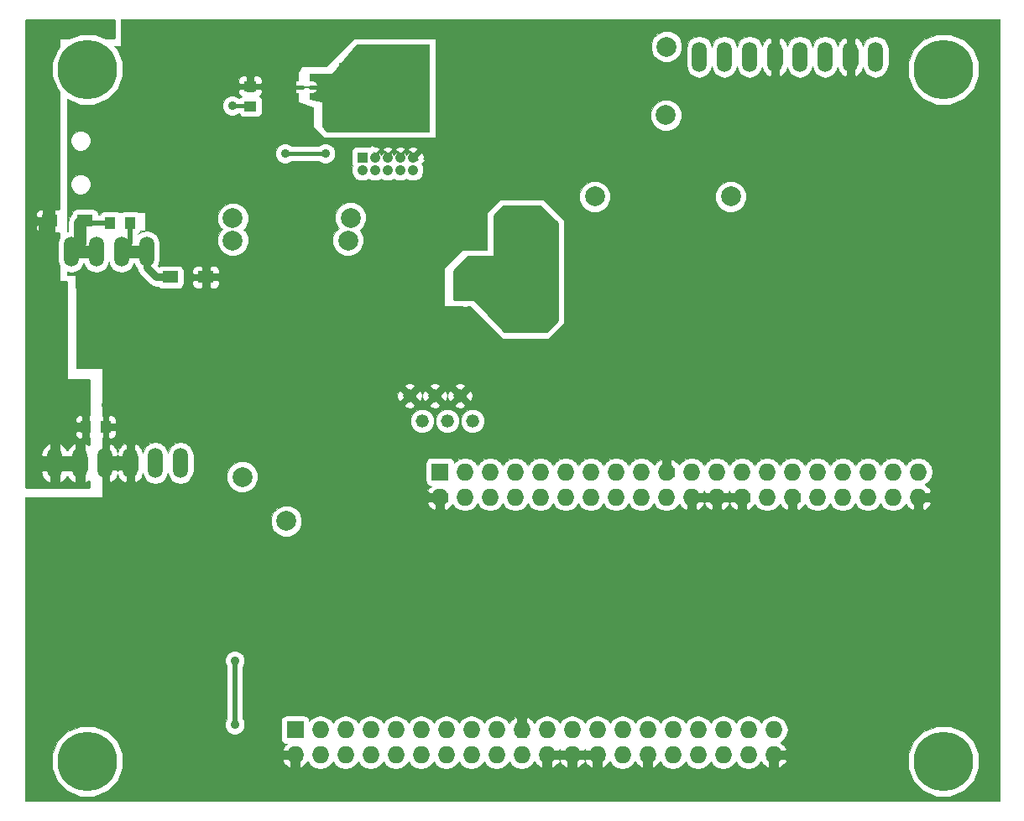
<source format=gtl>
G04 #@! TF.FileFunction,Copper,L1,Top,Signal*
%FSLAX46Y46*%
G04 Gerber Fmt 4.6, Leading zero omitted, Abs format (unit mm)*
G04 Created by KiCad (PCBNEW 4.0.2-4+6225~38~ubuntu15.04.1-stable) date So 06 Mär 2016 00:32:30 CET*
%MOMM*%
G01*
G04 APERTURE LIST*
%ADD10C,0.150000*%
%ADD11C,0.200000*%
%ADD12O,1.506220X3.014980*%
%ADD13R,1.600200X1.198880*%
%ADD14C,6.000000*%
%ADD15R,1.727200X1.727200*%
%ADD16O,1.727200X1.727200*%
%ADD17R,1.050000X1.050000*%
%ADD18C,1.050000*%
%ADD19R,1.000000X1.250000*%
%ADD20R,0.200000X0.200000*%
%ADD21R,1.250000X1.000000*%
%ADD22C,1.320800*%
%ADD23C,2.000000*%
%ADD24C,0.889000*%
%ADD25C,0.600000*%
%ADD26C,0.400000*%
%ADD27C,1.270000*%
%ADD28C,0.512000*%
%ADD29C,0.508000*%
%ADD30C,0.254000*%
%ADD31C,0.762000*%
%ADD32C,0.100000*%
G04 APERTURE END LIST*
D10*
D11*
X28684000Y-7493000D02*
X29484000Y-7493000D01*
D12*
X86488000Y-4445000D03*
X83948000Y-4445000D03*
X68708000Y-4445000D03*
X71248000Y-4445000D03*
X73788000Y-4445000D03*
X76328000Y-4445000D03*
X78868000Y-4445000D03*
X81408000Y-4445000D03*
X5335000Y-24130000D03*
X7875000Y-24130000D03*
X10415000Y-24130000D03*
X12955000Y-24130000D03*
D13*
X3152140Y-21005800D03*
X6753860Y-21005800D03*
D12*
X3684000Y-45466000D03*
X6224000Y-45466000D03*
X8764000Y-45466000D03*
X11304000Y-45466000D03*
X13844000Y-45466000D03*
X16384000Y-45466000D03*
D14*
X6986000Y-5715000D03*
X93346000Y-5715000D03*
X93345000Y-75565000D03*
X6985000Y-75565000D03*
D15*
X27941000Y-72390000D03*
D16*
X27941000Y-74930000D03*
X30481000Y-72390000D03*
X30481000Y-74930000D03*
X33021000Y-72390000D03*
X33021000Y-74930000D03*
X35561000Y-72390000D03*
X35561000Y-74930000D03*
X38101000Y-72390000D03*
X38101000Y-74930000D03*
X40641000Y-72390000D03*
X40641000Y-74930000D03*
X43181000Y-72390000D03*
X43181000Y-74930000D03*
X45721000Y-72390000D03*
X45721000Y-74930000D03*
X48261000Y-72390000D03*
X48261000Y-74930000D03*
X50801000Y-72390000D03*
X50801000Y-74930000D03*
X53341000Y-72390000D03*
X53341000Y-74930000D03*
X55881000Y-72390000D03*
X55881000Y-74930000D03*
X58421000Y-72390000D03*
X58421000Y-74930000D03*
X60961000Y-72390000D03*
X60961000Y-74930000D03*
X63501000Y-72390000D03*
X63501000Y-74930000D03*
X66041000Y-72390000D03*
X66041000Y-74930000D03*
X68581000Y-72390000D03*
X68581000Y-74930000D03*
X71121000Y-72390000D03*
X71121000Y-74930000D03*
X73661000Y-72390000D03*
X73661000Y-74930000D03*
X76201000Y-72390000D03*
X76201000Y-74930000D03*
D15*
X42546000Y-46355000D03*
D16*
X42546000Y-48895000D03*
X45086000Y-46355000D03*
X45086000Y-48895000D03*
X47626000Y-46355000D03*
X47626000Y-48895000D03*
X50166000Y-46355000D03*
X50166000Y-48895000D03*
X52706000Y-46355000D03*
X52706000Y-48895000D03*
X55246000Y-46355000D03*
X55246000Y-48895000D03*
X57786000Y-46355000D03*
X57786000Y-48895000D03*
X60326000Y-46355000D03*
X60326000Y-48895000D03*
X62866000Y-46355000D03*
X62866000Y-48895000D03*
X65406000Y-46355000D03*
X65406000Y-48895000D03*
X67946000Y-46355000D03*
X67946000Y-48895000D03*
X70486000Y-46355000D03*
X70486000Y-48895000D03*
X73026000Y-46355000D03*
X73026000Y-48895000D03*
X75566000Y-46355000D03*
X75566000Y-48895000D03*
X78106000Y-46355000D03*
X78106000Y-48895000D03*
X80646000Y-46355000D03*
X80646000Y-48895000D03*
X83186000Y-46355000D03*
X83186000Y-48895000D03*
X85726000Y-46355000D03*
X85726000Y-48895000D03*
X88266000Y-46355000D03*
X88266000Y-48895000D03*
X90806000Y-46355000D03*
X90806000Y-48895000D03*
D17*
X34722800Y-14605000D03*
D18*
X35992800Y-14605000D03*
X37262800Y-14605000D03*
X38532800Y-14605000D03*
X39802800Y-14605000D03*
X35992800Y-15875000D03*
X37262800Y-15875000D03*
X38532800Y-15875000D03*
X39802800Y-15875000D03*
X34722800Y-15875000D03*
D19*
X11288000Y-21209000D03*
X9288000Y-21209000D03*
D13*
X18945860Y-26695400D03*
X15344140Y-26695400D03*
D19*
X8823200Y-41808400D03*
X6823200Y-41808400D03*
D20*
X28684000Y-7493000D03*
X29484000Y-7493000D03*
D21*
X23418800Y-9432800D03*
X23418800Y-7432800D03*
D22*
X39497000Y-38671500D03*
X40767000Y-41211500D03*
X42037000Y-38671500D03*
X43307000Y-41211500D03*
X44577000Y-38671500D03*
X45847000Y-41211500D03*
D23*
X33275000Y-22987000D03*
X21654500Y-22987000D03*
X22607000Y-46863000D03*
X27052000Y-51308000D03*
D24*
X21590000Y-9398000D03*
D23*
X71883000Y-18542000D03*
X58192400Y-18567400D03*
D24*
X21844000Y-71882000D03*
X21844000Y-65405000D03*
X26924000Y-14224000D03*
X30988000Y-14224000D03*
X96456500Y-58293000D03*
X93599000Y-55118000D03*
X37528500Y-44577000D03*
X19354800Y-75539600D03*
X27457400Y-43484800D03*
X80200500Y-56642000D03*
X81280000Y-53949600D03*
X67843400Y-55397400D03*
X50241200Y-55270400D03*
X73761600Y-56540400D03*
X55880000Y-56515000D03*
X23317200Y-5537200D03*
X47421800Y-32461200D03*
X46786800Y-16357600D03*
X44958000Y-20320000D03*
X40792400Y-21793200D03*
X47117000Y-15163800D03*
X17272000Y-9271000D03*
X13525500Y-20891500D03*
D25*
X11811000Y-13970000D03*
D24*
X31940500Y-26225500D03*
X29337000Y-24765000D03*
X31686500Y-15875000D03*
X35179000Y-51181000D03*
X45148500Y-56515000D03*
X59436000Y-69659500D03*
X96267000Y-21717000D03*
X97028000Y-9461500D03*
X8864600Y-39649400D03*
X7696200Y-35026600D03*
X29845000Y-33883600D03*
X30886400Y-32080200D03*
X82678000Y-17907000D03*
X86804500Y-15240000D03*
X59753500Y-64198500D03*
X56007000Y-61023500D03*
X52514500Y-65024000D03*
X50546000Y-58737500D03*
X22225000Y-60833000D03*
X27368500Y-57848500D03*
X27052000Y-63817500D03*
X31686500Y-66802000D03*
X92964000Y-30607000D03*
X71310500Y-13525500D03*
X69977000Y-1968500D03*
X44323000Y-11239500D03*
X66738500Y-8572500D03*
X40895000Y-30353000D03*
X40830500Y-33909000D03*
X61849000Y-22479000D03*
X59690000Y-31115000D03*
X59817000Y-28448000D03*
X75870800Y-20040600D03*
X41084500Y-59880500D03*
X88138000Y-69977000D03*
X85598000Y-24384000D03*
X73914000Y-9779000D03*
X53975000Y-18288000D03*
X46609000Y-21590000D03*
X49657000Y-33528000D03*
X59309000Y-20320000D03*
X72898000Y-25146000D03*
X38989000Y-25273000D03*
X35941000Y-28829000D03*
X88328500Y-64706500D03*
X84709000Y-70231000D03*
X96520000Y-67945000D03*
X22580600Y-31826200D03*
X23698200Y-30099000D03*
X23698200Y-28321000D03*
X23698200Y-26492200D03*
X23698200Y-24765000D03*
X11049000Y-42595800D03*
X13843000Y-42595800D03*
X16535400Y-42545000D03*
X19481800Y-42595800D03*
X19431000Y-40208200D03*
X18110200Y-38227000D03*
X69088000Y-26670000D03*
X5080000Y-64897000D03*
X13970000Y-49657000D03*
X8255000Y-57658000D03*
X91694000Y-60198000D03*
X71882000Y-64135000D03*
X73787000Y-60325000D03*
X71501000Y-57785000D03*
X37720000Y-30607000D03*
X38482000Y-51054000D03*
X28322000Y-35433000D03*
X46102000Y-9017000D03*
X46610000Y-4953000D03*
X14859000Y-4445000D03*
X11050000Y-8763000D03*
X74042000Y-15621000D03*
X61722000Y-17335500D03*
X65430400Y-25425400D03*
X91695000Y-22098000D03*
X35561000Y-37338000D03*
X92838000Y-26543000D03*
X37147500Y-34925000D03*
X40514000Y-28321000D03*
X95948500Y-50482500D03*
X86488000Y-58801000D03*
X87579200Y-53670200D03*
X46559200Y-61595000D03*
X12574000Y-53848000D03*
X26899600Y-53517800D03*
X64644000Y-61595000D03*
X62103000Y-56515000D03*
X77852000Y-64389000D03*
X82281000Y-61595000D03*
X8699500Y-1651000D03*
X5461000Y-1651000D03*
X2667000Y-2476500D03*
X2667000Y-3810000D03*
X2667000Y-5207000D03*
D23*
X65342500Y-10350500D03*
X65406000Y-3429000D03*
X33529000Y-20701000D03*
X21667200Y-20751800D03*
D25*
X45086000Y-28829000D03*
X48134000Y-24892000D03*
X48388000Y-22733000D03*
X53722000Y-31369000D03*
X48388000Y-30480000D03*
X51690000Y-31750000D03*
X53468000Y-30480000D03*
X53976000Y-27559000D03*
X53976000Y-25527000D03*
X53976000Y-22987000D03*
X53595000Y-20955000D03*
X50801000Y-19939000D03*
X48515000Y-20574000D03*
X45467000Y-25019000D03*
X44324000Y-26162000D03*
X46610000Y-28829000D03*
X49912000Y-20320000D03*
X33656000Y-4318000D03*
X36450000Y-3683000D03*
X35942000Y-4191000D03*
X38609000Y-3683000D03*
X31370000Y-9779000D03*
X41022000Y-6858000D03*
X41022000Y-9525000D03*
X41022000Y-11557000D03*
X33910000Y-11557000D03*
X31370000Y-11557000D03*
X36704000Y-11557000D03*
X41022000Y-3683000D03*
X32640000Y-5334000D03*
X39752000Y-11303000D03*
D26*
X21606000Y-9414000D02*
X23114000Y-9414000D01*
X21590000Y-9398000D02*
X21606000Y-9414000D01*
D27*
X13844000Y-45466000D02*
X13844000Y-44577000D01*
D28*
X21844000Y-65405000D02*
X21844000Y-71882000D01*
D26*
X30988000Y-14224000D02*
X26924000Y-14224000D01*
D11*
X93599000Y-55118000D02*
X94285800Y-55118000D01*
X96456500Y-57288700D02*
X96456500Y-58293000D01*
X94285800Y-55118000D02*
X96456500Y-57288700D01*
D28*
X97257600Y-63169800D02*
X96520000Y-67945000D01*
X97257600Y-58089800D02*
X97257600Y-63169800D01*
X93599000Y-55118000D02*
X97257600Y-58089800D01*
D11*
X37528500Y-44577000D02*
X41846500Y-48895000D01*
D26*
X24180800Y-40208200D02*
X19431000Y-40208200D01*
X27457400Y-43484800D02*
X24180800Y-40208200D01*
X80200500Y-56642000D02*
X80200500Y-55029100D01*
X80200500Y-55029100D02*
X81280000Y-53949600D01*
X61849000Y-22479000D02*
X62611000Y-22479000D01*
X62611000Y-22479000D02*
X65430400Y-25425400D01*
X27584400Y-2032000D02*
X17272000Y-2032000D01*
X17272000Y-2032000D02*
X14859000Y-4445000D01*
D29*
X46786800Y-16357600D02*
X47117000Y-16027400D01*
X47117000Y-16027400D02*
X47117000Y-15163800D01*
D11*
X40792400Y-21793200D02*
X40767000Y-23723600D01*
X48387000Y-16433800D02*
X48387000Y-18288000D01*
X47117000Y-15163800D02*
X48387000Y-16433800D01*
X17272000Y-9271000D02*
X17272000Y-13208000D01*
D26*
X13525500Y-17589500D02*
X13589000Y-17526000D01*
X13589000Y-17526000D02*
X15684500Y-17526000D01*
X15684500Y-17526000D02*
X17272000Y-15938500D01*
X17272000Y-15938500D02*
X17272000Y-9271000D01*
X13525500Y-20891500D02*
X13525500Y-17589500D01*
D11*
X16256000Y-14224000D02*
X11811000Y-13970000D01*
X17272000Y-13208000D02*
X16256000Y-14224000D01*
X31940500Y-26225500D02*
X30100000Y-25781000D01*
X30100000Y-25781000D02*
X29337000Y-24765000D01*
D26*
X46559200Y-61595000D02*
X46559200Y-57925700D01*
X46559200Y-57925700D02*
X45148500Y-56515000D01*
D11*
X59753500Y-64198500D02*
X59753500Y-69342000D01*
X59753500Y-69342000D02*
X59436000Y-69659500D01*
X8864600Y-39649400D02*
X8864600Y-36169600D01*
X7721600Y-35026600D02*
X7696200Y-35026600D01*
X8864600Y-36169600D02*
X7721600Y-35026600D01*
D26*
X29845000Y-33883600D02*
X29845000Y-32842200D01*
X30607000Y-32080200D02*
X30886400Y-32080200D01*
X29845000Y-32842200D02*
X30607000Y-32080200D01*
X46559200Y-61595000D02*
X52197000Y-61595000D01*
X52514500Y-61912500D02*
X52514500Y-65024000D01*
X52197000Y-61595000D02*
X52514500Y-61912500D01*
X22225000Y-60833000D02*
X22225000Y-58483500D01*
X22860000Y-57848500D02*
X27368500Y-57848500D01*
X22225000Y-58483500D02*
X22860000Y-57848500D01*
X27052000Y-63817500D02*
X27052000Y-65596500D01*
X28257500Y-66802000D02*
X31686500Y-66802000D01*
X27052000Y-65596500D02*
X28257500Y-66802000D01*
D11*
X42546000Y-48895000D02*
X41846500Y-48895000D01*
D26*
X71502000Y-16129000D02*
X74042000Y-15621000D01*
D11*
X44323000Y-11239500D02*
X44259500Y-11239500D01*
X40641000Y-30607000D02*
X40895000Y-30353000D01*
X40641000Y-30607000D02*
X37720000Y-30607000D01*
X40895000Y-33844500D02*
X40895000Y-30353000D01*
X40830500Y-33909000D02*
X40895000Y-33844500D01*
D26*
X59690000Y-28575000D02*
X59690000Y-31115000D01*
X59817000Y-28448000D02*
X59690000Y-28575000D01*
D29*
X95479600Y-69469000D02*
X96520000Y-67945000D01*
X88646000Y-69469000D02*
X95479600Y-69469000D01*
X88138000Y-69977000D02*
X88646000Y-69469000D01*
D26*
X46609000Y-20066000D02*
X48387000Y-18288000D01*
X48387000Y-18288000D02*
X53975000Y-18288000D01*
X46609000Y-21590000D02*
X46609000Y-20066000D01*
D30*
X54356000Y-33528000D02*
X49657000Y-33528000D01*
X55245000Y-32639000D02*
X54356000Y-33528000D01*
X55245000Y-24257000D02*
X55245000Y-32639000D01*
X56642000Y-22860000D02*
X55245000Y-24257000D01*
X56642000Y-22733000D02*
X56642000Y-22860000D01*
X59309000Y-20320000D02*
X56642000Y-22733000D01*
D11*
X40767000Y-24384000D02*
X39878000Y-25273000D01*
X39878000Y-25273000D02*
X38989000Y-25273000D01*
X40767000Y-23723600D02*
X40767000Y-24384000D01*
X37719000Y-30607000D02*
X37720000Y-30607000D01*
X35941000Y-28829000D02*
X37719000Y-30607000D01*
X40767000Y-23495000D02*
X40767000Y-23723600D01*
D26*
X88519000Y-67183000D02*
X88328500Y-64706500D01*
X84709000Y-70231000D02*
X88519000Y-67183000D01*
D31*
X18945860Y-26695400D02*
X21767800Y-26695400D01*
X22580600Y-31216600D02*
X22580600Y-31826200D01*
X23698200Y-30099000D02*
X22580600Y-31216600D01*
X23698200Y-26492200D02*
X23698200Y-28321000D01*
X21767800Y-26695400D02*
X23698200Y-24765000D01*
D27*
X13843000Y-42595800D02*
X11049000Y-42595800D01*
X19431000Y-42545000D02*
X16535400Y-42545000D01*
X19481800Y-42595800D02*
X19431000Y-42545000D01*
X19431000Y-39547800D02*
X19431000Y-40208200D01*
X18110200Y-38227000D02*
X19431000Y-39547800D01*
D26*
X69088000Y-25527000D02*
X69088000Y-26670000D01*
D29*
X5080000Y-64897000D02*
X5080000Y-57277000D01*
X8001000Y-57404000D02*
X8255000Y-57658000D01*
X5207000Y-57404000D02*
X8001000Y-57404000D01*
X5080000Y-57277000D02*
X5207000Y-57404000D01*
X73787000Y-60325000D02*
X73787000Y-60071000D01*
X69088000Y-66929000D02*
X71882000Y-64135000D01*
X59753500Y-64198500D02*
X65278000Y-67310000D01*
X65278000Y-67310000D02*
X65532000Y-67056000D01*
X65532000Y-67056000D02*
X69088000Y-66929000D01*
X73787000Y-60071000D02*
X71501000Y-57785000D01*
D11*
X37720000Y-30607000D02*
X37847000Y-30607000D01*
D31*
X46102000Y-9017000D02*
X46102000Y-5461000D01*
X46102000Y-5461000D02*
X46610000Y-4953000D01*
D26*
X28684000Y-7493000D02*
X27306000Y-7493000D01*
X27306000Y-7493000D02*
X27306000Y-7239000D01*
X14859000Y-4445000D02*
X14605000Y-4191000D01*
X14605000Y-4191000D02*
X14606000Y-5207000D01*
X14606000Y-5207000D02*
X11050000Y-8763000D01*
X63983600Y-16129000D02*
X71502000Y-16129000D01*
X61722000Y-17335500D02*
X63983600Y-16129000D01*
X74042000Y-26441400D02*
X73940400Y-26543000D01*
X74042000Y-26136600D02*
X74042000Y-26441400D01*
X73432400Y-25527000D02*
X74042000Y-26136600D01*
X65633600Y-25628600D02*
X69088000Y-25527000D01*
X69088000Y-25527000D02*
X73432400Y-25527000D01*
X65430400Y-25425400D02*
X65633600Y-25628600D01*
D27*
X8764000Y-45466000D02*
X8764000Y-44831000D01*
D29*
X11304000Y-45466000D02*
X11304000Y-45085000D01*
X9145000Y-45085000D02*
X8764000Y-45466000D01*
D11*
X94489000Y-48895000D02*
X90806000Y-48895000D01*
X95948500Y-50482500D02*
X94489000Y-48895000D01*
X86488000Y-54610000D02*
X86488000Y-58801000D01*
X87579200Y-53670200D02*
X86488000Y-54610000D01*
D28*
X59564000Y-64439800D02*
X59753500Y-64198500D01*
X56922400Y-61798200D02*
X59564000Y-64439800D01*
X46762400Y-61798200D02*
X56922400Y-61798200D01*
X46559200Y-61595000D02*
X46762400Y-61798200D01*
D26*
X64644000Y-60985400D02*
X64644000Y-61595000D01*
X62103000Y-56515000D02*
X64644000Y-60985400D01*
D28*
X82281000Y-61595000D02*
X82170000Y-61595000D01*
D11*
X8699500Y-1651000D02*
X5461000Y-1651000D01*
X3175000Y-2667000D02*
X3238500Y-2667000D01*
X3238500Y-2667000D02*
X2667000Y-2476500D01*
D26*
X2645140Y-21209000D02*
X2645140Y-5693140D01*
X2921000Y-2667000D02*
X3175000Y-2667000D01*
X2667000Y-3810000D02*
X2921000Y-2667000D01*
X2645140Y-5693140D02*
X2667000Y-5207000D01*
D27*
X2645140Y-21209000D02*
X2645140Y-30861000D01*
X2645140Y-30861000D02*
X3534140Y-31750000D01*
D31*
X12955000Y-24130000D02*
X12955000Y-25705800D01*
X13944600Y-26695400D02*
X15344140Y-26695400D01*
X12955000Y-25705800D02*
X13944600Y-26695400D01*
D29*
X11288000Y-21209000D02*
X11288000Y-23257000D01*
X11288000Y-23257000D02*
X10415000Y-24130000D01*
D27*
X10415000Y-24130000D02*
X12955000Y-24130000D01*
D29*
X9288000Y-21209000D02*
X6246860Y-21209000D01*
D27*
X6246860Y-21209000D02*
X6246860Y-23218140D01*
X6246860Y-23218140D02*
X5335000Y-24130000D01*
X7875000Y-24130000D02*
X5335000Y-24130000D01*
D11*
X48134000Y-24765000D02*
X48134000Y-24892000D01*
D26*
X53468000Y-30480000D02*
X53341000Y-30607000D01*
D11*
X45340000Y-24765000D02*
X45467000Y-25019000D01*
D26*
X29484000Y-7493000D02*
X30608000Y-7493000D01*
D11*
X36450000Y-3429000D02*
X36450000Y-3683000D01*
D26*
X34926000Y-3429000D02*
X36450000Y-3429000D01*
X36450000Y-3429000D02*
X36577000Y-3429000D01*
X36958000Y-3429000D02*
X36577000Y-3429000D01*
X34926000Y-3429000D02*
X36577000Y-3429000D01*
X41022000Y-9525000D02*
X41022000Y-11557000D01*
D30*
G36*
X9652000Y-2540000D02*
X8818498Y-2540000D01*
X7712218Y-2080632D01*
X6266126Y-2079370D01*
X5151317Y-2540000D01*
X4192000Y-2540000D01*
X4142590Y-2550006D01*
X4100965Y-2578447D01*
X4073685Y-2620841D01*
X4065000Y-2667000D01*
X4065000Y-3494720D01*
X3906194Y-3653249D01*
X3351632Y-4988782D01*
X3350370Y-6434874D01*
X3902600Y-7771372D01*
X4065000Y-7934056D01*
X4065000Y-19771360D01*
X3710940Y-19771360D01*
X3552190Y-19930110D01*
X3552190Y-20706080D01*
X3795140Y-20706080D01*
X3795140Y-21305520D01*
X3552190Y-21305520D01*
X3552190Y-22081490D01*
X3710940Y-22240240D01*
X4065000Y-22240240D01*
X4065000Y-22783812D01*
X4052554Y-22802439D01*
X3946890Y-23333646D01*
X3946890Y-24926354D01*
X4052554Y-25457561D01*
X4065000Y-25476188D01*
X4065000Y-27051000D01*
X4075006Y-27100410D01*
X4103447Y-27142035D01*
X4145841Y-27169315D01*
X4192000Y-27178000D01*
X4827000Y-27178000D01*
X4827000Y-36957000D01*
X4837006Y-37006410D01*
X4865447Y-37048035D01*
X4907841Y-37075315D01*
X4954000Y-37084000D01*
X7113000Y-37084000D01*
X7113000Y-40667350D01*
X7073200Y-40707150D01*
X7073200Y-41495900D01*
X7113000Y-41495900D01*
X7113000Y-42120900D01*
X7073200Y-42120900D01*
X7073200Y-42909650D01*
X7113000Y-42949450D01*
X7113000Y-43615371D01*
X6804925Y-43450915D01*
X6600555Y-43541350D01*
X6600555Y-44843000D01*
X6867000Y-44843000D01*
X6867000Y-46089000D01*
X6600555Y-46089000D01*
X6600555Y-47390650D01*
X6804925Y-47481085D01*
X7113000Y-47316629D01*
X7113000Y-47879000D01*
X763000Y-47879000D01*
X763000Y-46312328D01*
X2263622Y-46312328D01*
X2406929Y-46848884D01*
X2744658Y-47289756D01*
X3103075Y-47481085D01*
X3307445Y-47390650D01*
X3307445Y-46089000D01*
X4060555Y-46089000D01*
X4060555Y-47390650D01*
X4264925Y-47481085D01*
X4623342Y-47289756D01*
X4954000Y-46858114D01*
X5284658Y-47289756D01*
X5643075Y-47481085D01*
X5847445Y-47390650D01*
X5847445Y-46089000D01*
X4965475Y-46089000D01*
X4954000Y-46104833D01*
X4942525Y-46089000D01*
X4060555Y-46089000D01*
X3307445Y-46089000D01*
X2425475Y-46089000D01*
X2263622Y-46312328D01*
X763000Y-46312328D01*
X763000Y-44619672D01*
X2263622Y-44619672D01*
X2425475Y-44843000D01*
X3307445Y-44843000D01*
X3307445Y-43541350D01*
X4060555Y-43541350D01*
X4060555Y-44843000D01*
X4942525Y-44843000D01*
X4954000Y-44827167D01*
X4965475Y-44843000D01*
X5847445Y-44843000D01*
X5847445Y-43541350D01*
X5643075Y-43450915D01*
X5284658Y-43642244D01*
X4954000Y-44073886D01*
X4623342Y-43642244D01*
X4264925Y-43450915D01*
X4060555Y-43541350D01*
X3307445Y-43541350D01*
X3103075Y-43450915D01*
X2744658Y-43642244D01*
X2406929Y-44083116D01*
X2263622Y-44619672D01*
X763000Y-44619672D01*
X763000Y-42279650D01*
X5688200Y-42279650D01*
X5688200Y-42559710D01*
X5784873Y-42793099D01*
X5963502Y-42971727D01*
X6196891Y-43068400D01*
X6414450Y-43068400D01*
X6573200Y-42909650D01*
X6573200Y-42120900D01*
X5846950Y-42120900D01*
X5688200Y-42279650D01*
X763000Y-42279650D01*
X763000Y-41057090D01*
X5688200Y-41057090D01*
X5688200Y-41337150D01*
X5846950Y-41495900D01*
X6573200Y-41495900D01*
X6573200Y-40707150D01*
X6414450Y-40548400D01*
X6196891Y-40548400D01*
X5963502Y-40645073D01*
X5784873Y-40823701D01*
X5688200Y-41057090D01*
X763000Y-41057090D01*
X763000Y-21464270D01*
X1717040Y-21464270D01*
X1717040Y-21731550D01*
X1813713Y-21964939D01*
X1992342Y-22143567D01*
X2225731Y-22240240D01*
X2593340Y-22240240D01*
X2752090Y-22081490D01*
X2752090Y-21305520D01*
X1875790Y-21305520D01*
X1717040Y-21464270D01*
X763000Y-21464270D01*
X763000Y-20280050D01*
X1717040Y-20280050D01*
X1717040Y-20547330D01*
X1875790Y-20706080D01*
X2752090Y-20706080D01*
X2752090Y-19930110D01*
X2593340Y-19771360D01*
X2225731Y-19771360D01*
X1992342Y-19868033D01*
X1813713Y-20046661D01*
X1717040Y-20280050D01*
X763000Y-20280050D01*
X763000Y-762000D01*
X9652000Y-762000D01*
X9652000Y-2540000D01*
X9652000Y-2540000D01*
G37*
X9652000Y-2540000D02*
X8818498Y-2540000D01*
X7712218Y-2080632D01*
X6266126Y-2079370D01*
X5151317Y-2540000D01*
X4192000Y-2540000D01*
X4142590Y-2550006D01*
X4100965Y-2578447D01*
X4073685Y-2620841D01*
X4065000Y-2667000D01*
X4065000Y-3494720D01*
X3906194Y-3653249D01*
X3351632Y-4988782D01*
X3350370Y-6434874D01*
X3902600Y-7771372D01*
X4065000Y-7934056D01*
X4065000Y-19771360D01*
X3710940Y-19771360D01*
X3552190Y-19930110D01*
X3552190Y-20706080D01*
X3795140Y-20706080D01*
X3795140Y-21305520D01*
X3552190Y-21305520D01*
X3552190Y-22081490D01*
X3710940Y-22240240D01*
X4065000Y-22240240D01*
X4065000Y-22783812D01*
X4052554Y-22802439D01*
X3946890Y-23333646D01*
X3946890Y-24926354D01*
X4052554Y-25457561D01*
X4065000Y-25476188D01*
X4065000Y-27051000D01*
X4075006Y-27100410D01*
X4103447Y-27142035D01*
X4145841Y-27169315D01*
X4192000Y-27178000D01*
X4827000Y-27178000D01*
X4827000Y-36957000D01*
X4837006Y-37006410D01*
X4865447Y-37048035D01*
X4907841Y-37075315D01*
X4954000Y-37084000D01*
X7113000Y-37084000D01*
X7113000Y-40667350D01*
X7073200Y-40707150D01*
X7073200Y-41495900D01*
X7113000Y-41495900D01*
X7113000Y-42120900D01*
X7073200Y-42120900D01*
X7073200Y-42909650D01*
X7113000Y-42949450D01*
X7113000Y-43615371D01*
X6804925Y-43450915D01*
X6600555Y-43541350D01*
X6600555Y-44843000D01*
X6867000Y-44843000D01*
X6867000Y-46089000D01*
X6600555Y-46089000D01*
X6600555Y-47390650D01*
X6804925Y-47481085D01*
X7113000Y-47316629D01*
X7113000Y-47879000D01*
X763000Y-47879000D01*
X763000Y-46312328D01*
X2263622Y-46312328D01*
X2406929Y-46848884D01*
X2744658Y-47289756D01*
X3103075Y-47481085D01*
X3307445Y-47390650D01*
X3307445Y-46089000D01*
X4060555Y-46089000D01*
X4060555Y-47390650D01*
X4264925Y-47481085D01*
X4623342Y-47289756D01*
X4954000Y-46858114D01*
X5284658Y-47289756D01*
X5643075Y-47481085D01*
X5847445Y-47390650D01*
X5847445Y-46089000D01*
X4965475Y-46089000D01*
X4954000Y-46104833D01*
X4942525Y-46089000D01*
X4060555Y-46089000D01*
X3307445Y-46089000D01*
X2425475Y-46089000D01*
X2263622Y-46312328D01*
X763000Y-46312328D01*
X763000Y-44619672D01*
X2263622Y-44619672D01*
X2425475Y-44843000D01*
X3307445Y-44843000D01*
X3307445Y-43541350D01*
X4060555Y-43541350D01*
X4060555Y-44843000D01*
X4942525Y-44843000D01*
X4954000Y-44827167D01*
X4965475Y-44843000D01*
X5847445Y-44843000D01*
X5847445Y-43541350D01*
X5643075Y-43450915D01*
X5284658Y-43642244D01*
X4954000Y-44073886D01*
X4623342Y-43642244D01*
X4264925Y-43450915D01*
X4060555Y-43541350D01*
X3307445Y-43541350D01*
X3103075Y-43450915D01*
X2744658Y-43642244D01*
X2406929Y-44083116D01*
X2263622Y-44619672D01*
X763000Y-44619672D01*
X763000Y-42279650D01*
X5688200Y-42279650D01*
X5688200Y-42559710D01*
X5784873Y-42793099D01*
X5963502Y-42971727D01*
X6196891Y-43068400D01*
X6414450Y-43068400D01*
X6573200Y-42909650D01*
X6573200Y-42120900D01*
X5846950Y-42120900D01*
X5688200Y-42279650D01*
X763000Y-42279650D01*
X763000Y-41057090D01*
X5688200Y-41057090D01*
X5688200Y-41337150D01*
X5846950Y-41495900D01*
X6573200Y-41495900D01*
X6573200Y-40707150D01*
X6414450Y-40548400D01*
X6196891Y-40548400D01*
X5963502Y-40645073D01*
X5784873Y-40823701D01*
X5688200Y-41057090D01*
X763000Y-41057090D01*
X763000Y-21464270D01*
X1717040Y-21464270D01*
X1717040Y-21731550D01*
X1813713Y-21964939D01*
X1992342Y-22143567D01*
X2225731Y-22240240D01*
X2593340Y-22240240D01*
X2752090Y-22081490D01*
X2752090Y-21305520D01*
X1875790Y-21305520D01*
X1717040Y-21464270D01*
X763000Y-21464270D01*
X763000Y-20280050D01*
X1717040Y-20280050D01*
X1717040Y-20547330D01*
X1875790Y-20706080D01*
X2752090Y-20706080D01*
X2752090Y-19930110D01*
X2593340Y-19771360D01*
X2225731Y-19771360D01*
X1992342Y-19868033D01*
X1813713Y-20046661D01*
X1717040Y-20280050D01*
X763000Y-20280050D01*
X763000Y-762000D01*
X9652000Y-762000D01*
X9652000Y-2540000D01*
D32*
G36*
X99010000Y-79579000D02*
X686000Y-79579000D01*
X686000Y-76269625D01*
X3426384Y-76269625D01*
X3966916Y-77577812D01*
X4966924Y-78579567D01*
X6274165Y-79122381D01*
X7689625Y-79123616D01*
X8997812Y-78583084D01*
X9999567Y-77583076D01*
X10542381Y-76275835D01*
X10542998Y-75568364D01*
X26670789Y-75568364D01*
X26865121Y-75859262D01*
X27302630Y-76200247D01*
X27509200Y-76144971D01*
X27509200Y-75361800D01*
X26733801Y-75361800D01*
X26670789Y-75568364D01*
X10542998Y-75568364D01*
X10543616Y-74860375D01*
X10003084Y-73552188D01*
X9003076Y-72550433D01*
X7695835Y-72007619D01*
X6280375Y-72006384D01*
X4972188Y-72546916D01*
X3970433Y-73546924D01*
X3427619Y-74854165D01*
X3426384Y-76269625D01*
X686000Y-76269625D01*
X686000Y-65603535D01*
X20841326Y-65603535D01*
X20993626Y-65972129D01*
X21030000Y-66008566D01*
X21030000Y-71278068D01*
X20994618Y-71313388D01*
X20841675Y-71681716D01*
X20841326Y-72080535D01*
X20993626Y-72449129D01*
X21275388Y-72731382D01*
X21643716Y-72884325D01*
X22042535Y-72884674D01*
X22411129Y-72732374D01*
X22693382Y-72450612D01*
X22846325Y-72082284D01*
X22846674Y-71683465D01*
X22781777Y-71526400D01*
X26508469Y-71526400D01*
X26508469Y-73253600D01*
X26547378Y-73460382D01*
X26669586Y-73650299D01*
X26856054Y-73777707D01*
X27077400Y-73822531D01*
X27093774Y-73822531D01*
X26865121Y-74000738D01*
X26670789Y-74291636D01*
X26733801Y-74498200D01*
X27509200Y-74498200D01*
X27509200Y-74210000D01*
X28372800Y-74210000D01*
X28372800Y-74498200D01*
X28661000Y-74498200D01*
X28661000Y-75361800D01*
X28372800Y-75361800D01*
X28372800Y-76144971D01*
X28579370Y-76200247D01*
X29016879Y-75859262D01*
X29170034Y-75630002D01*
X29243983Y-75630002D01*
X29447926Y-75935223D01*
X29909126Y-76243387D01*
X30453149Y-76351600D01*
X30508851Y-76351600D01*
X31052874Y-76243387D01*
X31514074Y-75935223D01*
X31751000Y-75580638D01*
X31987926Y-75935223D01*
X32449126Y-76243387D01*
X32993149Y-76351600D01*
X33048851Y-76351600D01*
X33592874Y-76243387D01*
X34054074Y-75935223D01*
X34291000Y-75580638D01*
X34527926Y-75935223D01*
X34989126Y-76243387D01*
X35533149Y-76351600D01*
X35588851Y-76351600D01*
X36132874Y-76243387D01*
X36594074Y-75935223D01*
X36831000Y-75580638D01*
X37067926Y-75935223D01*
X37529126Y-76243387D01*
X38073149Y-76351600D01*
X38128851Y-76351600D01*
X38672874Y-76243387D01*
X39134074Y-75935223D01*
X39371000Y-75580638D01*
X39607926Y-75935223D01*
X40069126Y-76243387D01*
X40613149Y-76351600D01*
X40668851Y-76351600D01*
X41212874Y-76243387D01*
X41674074Y-75935223D01*
X41911000Y-75580638D01*
X42147926Y-75935223D01*
X42609126Y-76243387D01*
X43153149Y-76351600D01*
X43208851Y-76351600D01*
X43752874Y-76243387D01*
X44214074Y-75935223D01*
X44451000Y-75580638D01*
X44687926Y-75935223D01*
X45149126Y-76243387D01*
X45693149Y-76351600D01*
X45748851Y-76351600D01*
X46292874Y-76243387D01*
X46754074Y-75935223D01*
X46991000Y-75580638D01*
X47227926Y-75935223D01*
X47689126Y-76243387D01*
X48233149Y-76351600D01*
X48288851Y-76351600D01*
X48832874Y-76243387D01*
X49294074Y-75935223D01*
X49531000Y-75580638D01*
X49767926Y-75935223D01*
X50229126Y-76243387D01*
X50773149Y-76351600D01*
X50828851Y-76351600D01*
X51372874Y-76243387D01*
X51834074Y-75935223D01*
X52038017Y-75630002D01*
X52111966Y-75630002D01*
X52265121Y-75859262D01*
X52702630Y-76200247D01*
X52909200Y-76144971D01*
X52909200Y-75361800D01*
X53772800Y-75361800D01*
X53772800Y-76144971D01*
X53979370Y-76200247D01*
X54416879Y-75859262D01*
X54611000Y-75568680D01*
X54805121Y-75859262D01*
X55242630Y-76200247D01*
X55449200Y-76144971D01*
X55449200Y-75361800D01*
X56312800Y-75361800D01*
X56312800Y-76144971D01*
X56519370Y-76200247D01*
X56956879Y-75859262D01*
X57151000Y-75568680D01*
X57345121Y-75859262D01*
X57782630Y-76200247D01*
X57989200Y-76144971D01*
X57989200Y-75361800D01*
X57213801Y-75361800D01*
X57151000Y-75567672D01*
X57088199Y-75361800D01*
X56312800Y-75361800D01*
X55449200Y-75361800D01*
X54673801Y-75361800D01*
X54611000Y-75567672D01*
X54548199Y-75361800D01*
X53772800Y-75361800D01*
X52909200Y-75361800D01*
X52621000Y-75361800D01*
X52621000Y-74498200D01*
X52909200Y-74498200D01*
X52909200Y-74210000D01*
X53772800Y-74210000D01*
X53772800Y-74498200D01*
X54548199Y-74498200D01*
X54611000Y-74292328D01*
X54673801Y-74498200D01*
X55449200Y-74498200D01*
X55449200Y-74210000D01*
X56312800Y-74210000D01*
X56312800Y-74498200D01*
X57088199Y-74498200D01*
X57151000Y-74292328D01*
X57213801Y-74498200D01*
X57989200Y-74498200D01*
X57989200Y-74210000D01*
X58852800Y-74210000D01*
X58852800Y-74498200D01*
X59141000Y-74498200D01*
X59141000Y-75361800D01*
X58852800Y-75361800D01*
X58852800Y-76144971D01*
X59059370Y-76200247D01*
X59496879Y-75859262D01*
X59650034Y-75630002D01*
X59723983Y-75630002D01*
X59927926Y-75935223D01*
X60389126Y-76243387D01*
X60933149Y-76351600D01*
X60988851Y-76351600D01*
X61532874Y-76243387D01*
X61994074Y-75935223D01*
X62198017Y-75630002D01*
X62271966Y-75630002D01*
X62425121Y-75859262D01*
X62862630Y-76200247D01*
X63069200Y-76144971D01*
X63069200Y-75361800D01*
X62781000Y-75361800D01*
X62781000Y-74498200D01*
X63069200Y-74498200D01*
X63069200Y-74210000D01*
X63932800Y-74210000D01*
X63932800Y-74498200D01*
X64221000Y-74498200D01*
X64221000Y-75361800D01*
X63932800Y-75361800D01*
X63932800Y-76144971D01*
X64139370Y-76200247D01*
X64576879Y-75859262D01*
X64730034Y-75630002D01*
X64803983Y-75630002D01*
X65007926Y-75935223D01*
X65469126Y-76243387D01*
X66013149Y-76351600D01*
X66068851Y-76351600D01*
X66612874Y-76243387D01*
X67074074Y-75935223D01*
X67311000Y-75580638D01*
X67547926Y-75935223D01*
X68009126Y-76243387D01*
X68553149Y-76351600D01*
X68608851Y-76351600D01*
X69152874Y-76243387D01*
X69614074Y-75935223D01*
X69851000Y-75580638D01*
X70087926Y-75935223D01*
X70549126Y-76243387D01*
X71093149Y-76351600D01*
X71148851Y-76351600D01*
X71692874Y-76243387D01*
X72154074Y-75935223D01*
X72391000Y-75580638D01*
X72627926Y-75935223D01*
X73089126Y-76243387D01*
X73633149Y-76351600D01*
X73688851Y-76351600D01*
X74100966Y-76269625D01*
X89786384Y-76269625D01*
X90326916Y-77577812D01*
X91326924Y-78579567D01*
X92634165Y-79122381D01*
X94049625Y-79123616D01*
X95357812Y-78583084D01*
X96359567Y-77583076D01*
X96902381Y-76275835D01*
X96903616Y-74860375D01*
X96363084Y-73552188D01*
X95363076Y-72550433D01*
X94055835Y-72007619D01*
X92640375Y-72006384D01*
X91332188Y-72546916D01*
X90330433Y-73546924D01*
X89787619Y-74854165D01*
X89786384Y-76269625D01*
X74100966Y-76269625D01*
X74232874Y-76243387D01*
X74694074Y-75935223D01*
X74898017Y-75630002D01*
X74971966Y-75630002D01*
X75125121Y-75859262D01*
X75562630Y-76200247D01*
X75769200Y-76144971D01*
X75769200Y-75361800D01*
X76632800Y-75361800D01*
X76632800Y-76144971D01*
X76839370Y-76200247D01*
X77276879Y-75859262D01*
X77471211Y-75568364D01*
X77408199Y-75361800D01*
X76632800Y-75361800D01*
X75769200Y-75361800D01*
X75481000Y-75361800D01*
X75481000Y-74498200D01*
X75769200Y-74498200D01*
X75769200Y-74210000D01*
X76632800Y-74210000D01*
X76632800Y-74498200D01*
X77408199Y-74498200D01*
X77471211Y-74291636D01*
X77276879Y-74000738D01*
X76901002Y-73707788D01*
X76901002Y-73617775D01*
X77234074Y-73395223D01*
X77542238Y-72934023D01*
X77650451Y-72390000D01*
X77542238Y-71845977D01*
X77234074Y-71384777D01*
X76772874Y-71076613D01*
X76228851Y-70968400D01*
X76173149Y-70968400D01*
X75629126Y-71076613D01*
X75167926Y-71384777D01*
X74931000Y-71739362D01*
X74694074Y-71384777D01*
X74232874Y-71076613D01*
X73688851Y-70968400D01*
X73633149Y-70968400D01*
X73089126Y-71076613D01*
X72627926Y-71384777D01*
X72391000Y-71739362D01*
X72154074Y-71384777D01*
X71692874Y-71076613D01*
X71148851Y-70968400D01*
X71093149Y-70968400D01*
X70549126Y-71076613D01*
X70087926Y-71384777D01*
X69851000Y-71739362D01*
X69614074Y-71384777D01*
X69152874Y-71076613D01*
X68608851Y-70968400D01*
X68553149Y-70968400D01*
X68009126Y-71076613D01*
X67547926Y-71384777D01*
X67311000Y-71739362D01*
X67074074Y-71384777D01*
X66612874Y-71076613D01*
X66068851Y-70968400D01*
X66013149Y-70968400D01*
X65469126Y-71076613D01*
X65007926Y-71384777D01*
X64771000Y-71739362D01*
X64534074Y-71384777D01*
X64072874Y-71076613D01*
X63528851Y-70968400D01*
X63473149Y-70968400D01*
X62929126Y-71076613D01*
X62467926Y-71384777D01*
X62231000Y-71739362D01*
X61994074Y-71384777D01*
X61532874Y-71076613D01*
X60988851Y-70968400D01*
X60933149Y-70968400D01*
X60389126Y-71076613D01*
X59927926Y-71384777D01*
X59691000Y-71739362D01*
X59454074Y-71384777D01*
X58992874Y-71076613D01*
X58448851Y-70968400D01*
X58393149Y-70968400D01*
X57849126Y-71076613D01*
X57387926Y-71384777D01*
X57151000Y-71739362D01*
X56914074Y-71384777D01*
X56452874Y-71076613D01*
X55908851Y-70968400D01*
X55853149Y-70968400D01*
X55309126Y-71076613D01*
X54847926Y-71384777D01*
X54611000Y-71739362D01*
X54374074Y-71384777D01*
X53912874Y-71076613D01*
X53368851Y-70968400D01*
X53313149Y-70968400D01*
X52769126Y-71076613D01*
X52307926Y-71384777D01*
X52103983Y-71689998D01*
X52030034Y-71689998D01*
X51876879Y-71460738D01*
X51439370Y-71119753D01*
X51232800Y-71175029D01*
X51232800Y-71958200D01*
X51521000Y-71958200D01*
X51521000Y-72821800D01*
X51232800Y-72821800D01*
X51232800Y-73110000D01*
X50369200Y-73110000D01*
X50369200Y-72821800D01*
X50081000Y-72821800D01*
X50081000Y-71958200D01*
X50369200Y-71958200D01*
X50369200Y-71175029D01*
X50162630Y-71119753D01*
X49725121Y-71460738D01*
X49571966Y-71689998D01*
X49498017Y-71689998D01*
X49294074Y-71384777D01*
X48832874Y-71076613D01*
X48288851Y-70968400D01*
X48233149Y-70968400D01*
X47689126Y-71076613D01*
X47227926Y-71384777D01*
X46991000Y-71739362D01*
X46754074Y-71384777D01*
X46292874Y-71076613D01*
X45748851Y-70968400D01*
X45693149Y-70968400D01*
X45149126Y-71076613D01*
X44687926Y-71384777D01*
X44451000Y-71739362D01*
X44214074Y-71384777D01*
X43752874Y-71076613D01*
X43208851Y-70968400D01*
X43153149Y-70968400D01*
X42609126Y-71076613D01*
X42147926Y-71384777D01*
X41911000Y-71739362D01*
X41674074Y-71384777D01*
X41212874Y-71076613D01*
X40668851Y-70968400D01*
X40613149Y-70968400D01*
X40069126Y-71076613D01*
X39607926Y-71384777D01*
X39371000Y-71739362D01*
X39134074Y-71384777D01*
X38672874Y-71076613D01*
X38128851Y-70968400D01*
X38073149Y-70968400D01*
X37529126Y-71076613D01*
X37067926Y-71384777D01*
X36831000Y-71739362D01*
X36594074Y-71384777D01*
X36132874Y-71076613D01*
X35588851Y-70968400D01*
X35533149Y-70968400D01*
X34989126Y-71076613D01*
X34527926Y-71384777D01*
X34291000Y-71739362D01*
X34054074Y-71384777D01*
X33592874Y-71076613D01*
X33048851Y-70968400D01*
X32993149Y-70968400D01*
X32449126Y-71076613D01*
X31987926Y-71384777D01*
X31751000Y-71739362D01*
X31514074Y-71384777D01*
X31052874Y-71076613D01*
X30508851Y-70968400D01*
X30453149Y-70968400D01*
X29909126Y-71076613D01*
X29447926Y-71384777D01*
X29369085Y-71502771D01*
X29334622Y-71319618D01*
X29212414Y-71129701D01*
X29025946Y-71002293D01*
X28804600Y-70957469D01*
X27077400Y-70957469D01*
X26870618Y-70996378D01*
X26680701Y-71118586D01*
X26553293Y-71305054D01*
X26508469Y-71526400D01*
X22781777Y-71526400D01*
X22694374Y-71314871D01*
X22658000Y-71278434D01*
X22658000Y-66008932D01*
X22693382Y-65973612D01*
X22846325Y-65605284D01*
X22846674Y-65206465D01*
X22694374Y-64837871D01*
X22412612Y-64555618D01*
X22044284Y-64402675D01*
X21645465Y-64402326D01*
X21276871Y-64554626D01*
X20994618Y-64836388D01*
X20841675Y-65204716D01*
X20841326Y-65603535D01*
X686000Y-65603535D01*
X686000Y-51616546D01*
X25493730Y-51616546D01*
X25730422Y-52189383D01*
X26168312Y-52628038D01*
X26740735Y-52865729D01*
X27360546Y-52866270D01*
X27933383Y-52629578D01*
X28372038Y-52191688D01*
X28609729Y-51619265D01*
X28610270Y-50999454D01*
X28373578Y-50426617D01*
X27935688Y-49987962D01*
X27363265Y-49750271D01*
X26743454Y-49749730D01*
X26170617Y-49986422D01*
X25731962Y-50424312D01*
X25494271Y-50996735D01*
X25493730Y-51616546D01*
X686000Y-51616546D01*
X686000Y-49533364D01*
X41275789Y-49533364D01*
X41470121Y-49824262D01*
X41907630Y-50165247D01*
X42114200Y-50109971D01*
X42114200Y-49326800D01*
X41338801Y-49326800D01*
X41275789Y-49533364D01*
X686000Y-49533364D01*
X686000Y-48945000D01*
X8458200Y-48945000D01*
X8477653Y-48941061D01*
X8494040Y-48929864D01*
X8504781Y-48913173D01*
X8508200Y-48895000D01*
X8508200Y-46166000D01*
X9140555Y-46166000D01*
X9140555Y-47329829D01*
X9332381Y-47401885D01*
X9587128Y-47260803D01*
X9922624Y-46866608D01*
X10034000Y-46521798D01*
X10145376Y-46866608D01*
X10480872Y-47260803D01*
X10735619Y-47401885D01*
X10927445Y-47329829D01*
X10927445Y-46166000D01*
X10117957Y-46166000D01*
X10034000Y-46298629D01*
X9950043Y-46166000D01*
X9140555Y-46166000D01*
X8508200Y-46166000D01*
X8508200Y-43602171D01*
X9140555Y-43602171D01*
X9140555Y-44766000D01*
X9950043Y-44766000D01*
X10034000Y-44633371D01*
X10117957Y-44766000D01*
X10927445Y-44766000D01*
X10927445Y-43602171D01*
X11680555Y-43602171D01*
X11680555Y-44766000D01*
X12024000Y-44766000D01*
X12024000Y-46166000D01*
X11680555Y-46166000D01*
X11680555Y-47329829D01*
X11872381Y-47401885D01*
X12127128Y-47260803D01*
X12462624Y-46866608D01*
X12580682Y-46501111D01*
X12632692Y-46762585D01*
X12916905Y-47187940D01*
X13342260Y-47472153D01*
X13844000Y-47571955D01*
X14345740Y-47472153D01*
X14771095Y-47187940D01*
X15055308Y-46762585D01*
X15114000Y-46467520D01*
X15172692Y-46762585D01*
X15456905Y-47187940D01*
X15882260Y-47472153D01*
X16384000Y-47571955D01*
X16885740Y-47472153D01*
X17311095Y-47187940D01*
X17322049Y-47171546D01*
X21048730Y-47171546D01*
X21285422Y-47744383D01*
X21723312Y-48183038D01*
X22295735Y-48420729D01*
X22915546Y-48421270D01*
X23488383Y-48184578D01*
X23927038Y-47746688D01*
X24164729Y-47174265D01*
X24165270Y-46554454D01*
X23928578Y-45981617D01*
X23490688Y-45542962D01*
X23366514Y-45491400D01*
X41113469Y-45491400D01*
X41113469Y-47218600D01*
X41152378Y-47425382D01*
X41274586Y-47615299D01*
X41461054Y-47742707D01*
X41682400Y-47787531D01*
X41698774Y-47787531D01*
X41470121Y-47965738D01*
X41275789Y-48256636D01*
X41338801Y-48463200D01*
X42114200Y-48463200D01*
X42114200Y-48175000D01*
X42977800Y-48175000D01*
X42977800Y-48463200D01*
X43266000Y-48463200D01*
X43266000Y-49326800D01*
X42977800Y-49326800D01*
X42977800Y-50109971D01*
X43184370Y-50165247D01*
X43621879Y-49824262D01*
X43775034Y-49595002D01*
X43848983Y-49595002D01*
X44052926Y-49900223D01*
X44514126Y-50208387D01*
X45058149Y-50316600D01*
X45113851Y-50316600D01*
X45657874Y-50208387D01*
X46119074Y-49900223D01*
X46356000Y-49545638D01*
X46592926Y-49900223D01*
X47054126Y-50208387D01*
X47598149Y-50316600D01*
X47653851Y-50316600D01*
X48197874Y-50208387D01*
X48659074Y-49900223D01*
X48896000Y-49545638D01*
X49132926Y-49900223D01*
X49594126Y-50208387D01*
X50138149Y-50316600D01*
X50193851Y-50316600D01*
X50737874Y-50208387D01*
X51199074Y-49900223D01*
X51436000Y-49545638D01*
X51672926Y-49900223D01*
X52134126Y-50208387D01*
X52678149Y-50316600D01*
X52733851Y-50316600D01*
X53277874Y-50208387D01*
X53739074Y-49900223D01*
X53976000Y-49545638D01*
X54212926Y-49900223D01*
X54674126Y-50208387D01*
X55218149Y-50316600D01*
X55273851Y-50316600D01*
X55817874Y-50208387D01*
X56279074Y-49900223D01*
X56516000Y-49545638D01*
X56752926Y-49900223D01*
X57214126Y-50208387D01*
X57758149Y-50316600D01*
X57813851Y-50316600D01*
X58357874Y-50208387D01*
X58819074Y-49900223D01*
X59056000Y-49545638D01*
X59292926Y-49900223D01*
X59754126Y-50208387D01*
X60298149Y-50316600D01*
X60353851Y-50316600D01*
X60897874Y-50208387D01*
X61359074Y-49900223D01*
X61596000Y-49545638D01*
X61832926Y-49900223D01*
X62294126Y-50208387D01*
X62838149Y-50316600D01*
X62893851Y-50316600D01*
X63437874Y-50208387D01*
X63899074Y-49900223D01*
X64136000Y-49545638D01*
X64372926Y-49900223D01*
X64834126Y-50208387D01*
X65378149Y-50316600D01*
X65433851Y-50316600D01*
X65977874Y-50208387D01*
X66439074Y-49900223D01*
X66643017Y-49595002D01*
X66716966Y-49595002D01*
X66870121Y-49824262D01*
X67307630Y-50165247D01*
X67514200Y-50109971D01*
X67514200Y-49326800D01*
X68377800Y-49326800D01*
X68377800Y-50109971D01*
X68584370Y-50165247D01*
X69021879Y-49824262D01*
X69216000Y-49533680D01*
X69410121Y-49824262D01*
X69847630Y-50165247D01*
X70054200Y-50109971D01*
X70054200Y-49326800D01*
X70917800Y-49326800D01*
X70917800Y-50109971D01*
X71124370Y-50165247D01*
X71561879Y-49824262D01*
X71756000Y-49533680D01*
X71950121Y-49824262D01*
X72387630Y-50165247D01*
X72594200Y-50109971D01*
X72594200Y-49326800D01*
X71818801Y-49326800D01*
X71756000Y-49532672D01*
X71693199Y-49326800D01*
X70917800Y-49326800D01*
X70054200Y-49326800D01*
X69278801Y-49326800D01*
X69216000Y-49532672D01*
X69153199Y-49326800D01*
X68377800Y-49326800D01*
X67514200Y-49326800D01*
X67226000Y-49326800D01*
X67226000Y-48463200D01*
X67514200Y-48463200D01*
X67514200Y-48175000D01*
X68377800Y-48175000D01*
X68377800Y-48463200D01*
X69153199Y-48463200D01*
X69216000Y-48257328D01*
X69278801Y-48463200D01*
X70054200Y-48463200D01*
X70054200Y-48175000D01*
X70917800Y-48175000D01*
X70917800Y-48463200D01*
X71693199Y-48463200D01*
X71756000Y-48257328D01*
X71818801Y-48463200D01*
X72594200Y-48463200D01*
X72594200Y-48175000D01*
X73457800Y-48175000D01*
X73457800Y-48463200D01*
X73746000Y-48463200D01*
X73746000Y-49326800D01*
X73457800Y-49326800D01*
X73457800Y-50109971D01*
X73664370Y-50165247D01*
X74101879Y-49824262D01*
X74255034Y-49595002D01*
X74328983Y-49595002D01*
X74532926Y-49900223D01*
X74994126Y-50208387D01*
X75538149Y-50316600D01*
X75593851Y-50316600D01*
X76137874Y-50208387D01*
X76599074Y-49900223D01*
X76803017Y-49595002D01*
X76876966Y-49595002D01*
X77030121Y-49824262D01*
X77467630Y-50165247D01*
X77674200Y-50109971D01*
X77674200Y-49326800D01*
X77386000Y-49326800D01*
X77386000Y-48463200D01*
X77674200Y-48463200D01*
X77674200Y-48175000D01*
X78537800Y-48175000D01*
X78537800Y-48463200D01*
X78826000Y-48463200D01*
X78826000Y-49326800D01*
X78537800Y-49326800D01*
X78537800Y-50109971D01*
X78744370Y-50165247D01*
X79181879Y-49824262D01*
X79335034Y-49595002D01*
X79408983Y-49595002D01*
X79612926Y-49900223D01*
X80074126Y-50208387D01*
X80618149Y-50316600D01*
X80673851Y-50316600D01*
X81217874Y-50208387D01*
X81679074Y-49900223D01*
X81916000Y-49545638D01*
X82152926Y-49900223D01*
X82614126Y-50208387D01*
X83158149Y-50316600D01*
X83213851Y-50316600D01*
X83757874Y-50208387D01*
X84219074Y-49900223D01*
X84456000Y-49545638D01*
X84692926Y-49900223D01*
X85154126Y-50208387D01*
X85698149Y-50316600D01*
X85753851Y-50316600D01*
X86297874Y-50208387D01*
X86759074Y-49900223D01*
X86996000Y-49545638D01*
X87232926Y-49900223D01*
X87694126Y-50208387D01*
X88238149Y-50316600D01*
X88293851Y-50316600D01*
X88837874Y-50208387D01*
X89299074Y-49900223D01*
X89503017Y-49595002D01*
X89576966Y-49595002D01*
X89730121Y-49824262D01*
X90167630Y-50165247D01*
X90374200Y-50109971D01*
X90374200Y-49326800D01*
X91237800Y-49326800D01*
X91237800Y-50109971D01*
X91444370Y-50165247D01*
X91881879Y-49824262D01*
X92076211Y-49533364D01*
X92013199Y-49326800D01*
X91237800Y-49326800D01*
X90374200Y-49326800D01*
X90086000Y-49326800D01*
X90086000Y-48463200D01*
X90374200Y-48463200D01*
X90374200Y-48175000D01*
X91237800Y-48175000D01*
X91237800Y-48463200D01*
X92013199Y-48463200D01*
X92076211Y-48256636D01*
X91881879Y-47965738D01*
X91506002Y-47672788D01*
X91506002Y-47582775D01*
X91839074Y-47360223D01*
X92147238Y-46899023D01*
X92255451Y-46355000D01*
X92147238Y-45810977D01*
X91839074Y-45349777D01*
X91377874Y-45041613D01*
X90833851Y-44933400D01*
X90778149Y-44933400D01*
X90234126Y-45041613D01*
X89772926Y-45349777D01*
X89536000Y-45704362D01*
X89299074Y-45349777D01*
X88837874Y-45041613D01*
X88293851Y-44933400D01*
X88238149Y-44933400D01*
X87694126Y-45041613D01*
X87232926Y-45349777D01*
X86996000Y-45704362D01*
X86759074Y-45349777D01*
X86297874Y-45041613D01*
X85753851Y-44933400D01*
X85698149Y-44933400D01*
X85154126Y-45041613D01*
X84692926Y-45349777D01*
X84456000Y-45704362D01*
X84219074Y-45349777D01*
X83757874Y-45041613D01*
X83213851Y-44933400D01*
X83158149Y-44933400D01*
X82614126Y-45041613D01*
X82152926Y-45349777D01*
X81916000Y-45704362D01*
X81679074Y-45349777D01*
X81217874Y-45041613D01*
X80673851Y-44933400D01*
X80618149Y-44933400D01*
X80074126Y-45041613D01*
X79612926Y-45349777D01*
X79376000Y-45704362D01*
X79139074Y-45349777D01*
X78677874Y-45041613D01*
X78133851Y-44933400D01*
X78078149Y-44933400D01*
X77534126Y-45041613D01*
X77072926Y-45349777D01*
X76836000Y-45704362D01*
X76599074Y-45349777D01*
X76137874Y-45041613D01*
X75593851Y-44933400D01*
X75538149Y-44933400D01*
X74994126Y-45041613D01*
X74532926Y-45349777D01*
X74296000Y-45704362D01*
X74059074Y-45349777D01*
X73597874Y-45041613D01*
X73053851Y-44933400D01*
X72998149Y-44933400D01*
X72454126Y-45041613D01*
X71992926Y-45349777D01*
X71756000Y-45704362D01*
X71519074Y-45349777D01*
X71057874Y-45041613D01*
X70513851Y-44933400D01*
X70458149Y-44933400D01*
X69914126Y-45041613D01*
X69452926Y-45349777D01*
X69216000Y-45704362D01*
X68979074Y-45349777D01*
X68517874Y-45041613D01*
X67973851Y-44933400D01*
X67918149Y-44933400D01*
X67374126Y-45041613D01*
X66912926Y-45349777D01*
X66708983Y-45654998D01*
X66635034Y-45654998D01*
X66481879Y-45425738D01*
X66044370Y-45084753D01*
X65837800Y-45140029D01*
X65837800Y-45923200D01*
X66126000Y-45923200D01*
X66126000Y-46786800D01*
X65837800Y-46786800D01*
X65837800Y-47075000D01*
X64974200Y-47075000D01*
X64974200Y-46786800D01*
X64686000Y-46786800D01*
X64686000Y-45923200D01*
X64974200Y-45923200D01*
X64974200Y-45140029D01*
X64767630Y-45084753D01*
X64330121Y-45425738D01*
X64176966Y-45654998D01*
X64103017Y-45654998D01*
X63899074Y-45349777D01*
X63437874Y-45041613D01*
X62893851Y-44933400D01*
X62838149Y-44933400D01*
X62294126Y-45041613D01*
X61832926Y-45349777D01*
X61596000Y-45704362D01*
X61359074Y-45349777D01*
X60897874Y-45041613D01*
X60353851Y-44933400D01*
X60298149Y-44933400D01*
X59754126Y-45041613D01*
X59292926Y-45349777D01*
X59056000Y-45704362D01*
X58819074Y-45349777D01*
X58357874Y-45041613D01*
X57813851Y-44933400D01*
X57758149Y-44933400D01*
X57214126Y-45041613D01*
X56752926Y-45349777D01*
X56516000Y-45704362D01*
X56279074Y-45349777D01*
X55817874Y-45041613D01*
X55273851Y-44933400D01*
X55218149Y-44933400D01*
X54674126Y-45041613D01*
X54212926Y-45349777D01*
X53976000Y-45704362D01*
X53739074Y-45349777D01*
X53277874Y-45041613D01*
X52733851Y-44933400D01*
X52678149Y-44933400D01*
X52134126Y-45041613D01*
X51672926Y-45349777D01*
X51436000Y-45704362D01*
X51199074Y-45349777D01*
X50737874Y-45041613D01*
X50193851Y-44933400D01*
X50138149Y-44933400D01*
X49594126Y-45041613D01*
X49132926Y-45349777D01*
X48896000Y-45704362D01*
X48659074Y-45349777D01*
X48197874Y-45041613D01*
X47653851Y-44933400D01*
X47598149Y-44933400D01*
X47054126Y-45041613D01*
X46592926Y-45349777D01*
X46356000Y-45704362D01*
X46119074Y-45349777D01*
X45657874Y-45041613D01*
X45113851Y-44933400D01*
X45058149Y-44933400D01*
X44514126Y-45041613D01*
X44052926Y-45349777D01*
X43974085Y-45467771D01*
X43939622Y-45284618D01*
X43817414Y-45094701D01*
X43630946Y-44967293D01*
X43409600Y-44922469D01*
X41682400Y-44922469D01*
X41475618Y-44961378D01*
X41285701Y-45083586D01*
X41158293Y-45270054D01*
X41113469Y-45491400D01*
X23366514Y-45491400D01*
X22918265Y-45305271D01*
X22298454Y-45304730D01*
X21725617Y-45541422D01*
X21286962Y-45979312D01*
X21049271Y-46551735D01*
X21048730Y-47171546D01*
X17322049Y-47171546D01*
X17595308Y-46762585D01*
X17695110Y-46260845D01*
X17695110Y-44671155D01*
X17595308Y-44169415D01*
X17311095Y-43744060D01*
X16885740Y-43459847D01*
X16384000Y-43360045D01*
X15882260Y-43459847D01*
X15456905Y-43744060D01*
X15172692Y-44169415D01*
X15114000Y-44464480D01*
X15055308Y-44169415D01*
X14771095Y-43744060D01*
X14345740Y-43459847D01*
X13844000Y-43360045D01*
X13342260Y-43459847D01*
X12916905Y-43744060D01*
X12632692Y-44169415D01*
X12580682Y-44430889D01*
X12462624Y-44065392D01*
X12127128Y-43671197D01*
X11872381Y-43530115D01*
X11680555Y-43602171D01*
X10927445Y-43602171D01*
X10735619Y-43530115D01*
X10480872Y-43671197D01*
X10145376Y-44065392D01*
X10034000Y-44410202D01*
X9922624Y-44065392D01*
X9587128Y-43671197D01*
X9332381Y-43530115D01*
X9140555Y-43602171D01*
X8508200Y-43602171D01*
X8508200Y-42916900D01*
X8573200Y-42851900D01*
X8573200Y-42120900D01*
X9073200Y-42120900D01*
X9073200Y-42851900D01*
X9212700Y-42991400D01*
X9434193Y-42991400D01*
X9639282Y-42906450D01*
X9796249Y-42749482D01*
X9881200Y-42544393D01*
X9881200Y-42260400D01*
X9741700Y-42120900D01*
X9073200Y-42120900D01*
X8573200Y-42120900D01*
X8508200Y-42120900D01*
X8508200Y-41495900D01*
X8573200Y-41495900D01*
X8573200Y-40764900D01*
X9073200Y-40764900D01*
X9073200Y-41495900D01*
X9741700Y-41495900D01*
X9784808Y-41452792D01*
X39548389Y-41452792D01*
X39733488Y-41900767D01*
X40075931Y-42243807D01*
X40523582Y-42429688D01*
X41008292Y-42430111D01*
X41456267Y-42245012D01*
X41799307Y-41902569D01*
X41985188Y-41454918D01*
X41985189Y-41452792D01*
X42088389Y-41452792D01*
X42273488Y-41900767D01*
X42615931Y-42243807D01*
X43063582Y-42429688D01*
X43548292Y-42430111D01*
X43996267Y-42245012D01*
X44339307Y-41902569D01*
X44525188Y-41454918D01*
X44525189Y-41452792D01*
X44628389Y-41452792D01*
X44813488Y-41900767D01*
X45155931Y-42243807D01*
X45603582Y-42429688D01*
X46088292Y-42430111D01*
X46536267Y-42245012D01*
X46879307Y-41902569D01*
X47065188Y-41454918D01*
X47065611Y-40970208D01*
X46880512Y-40522233D01*
X46538069Y-40179193D01*
X46090418Y-39993312D01*
X45605708Y-39992889D01*
X45157733Y-40177988D01*
X44814693Y-40520431D01*
X44628812Y-40968082D01*
X44628389Y-41452792D01*
X44525189Y-41452792D01*
X44525611Y-40970208D01*
X44340512Y-40522233D01*
X43998069Y-40179193D01*
X43550418Y-39993312D01*
X43065708Y-39992889D01*
X42617733Y-40177988D01*
X42274693Y-40520431D01*
X42088812Y-40968082D01*
X42088389Y-41452792D01*
X41985189Y-41452792D01*
X41985611Y-40970208D01*
X41800512Y-40522233D01*
X41458069Y-40179193D01*
X41010418Y-39993312D01*
X40525708Y-39992889D01*
X40077733Y-40177988D01*
X39734693Y-40520431D01*
X39548812Y-40968082D01*
X39548389Y-41452792D01*
X9784808Y-41452792D01*
X9881200Y-41356400D01*
X9881200Y-41072407D01*
X9796249Y-40867318D01*
X9639282Y-40710350D01*
X9434193Y-40625400D01*
X9212700Y-40625400D01*
X9073200Y-40764900D01*
X8573200Y-40764900D01*
X8508200Y-40699900D01*
X8508200Y-39648986D01*
X38986487Y-39648986D01*
X39060217Y-39834451D01*
X39538507Y-39913076D01*
X39933783Y-39834451D01*
X40007513Y-39648986D01*
X41526487Y-39648986D01*
X41600217Y-39834451D01*
X42078507Y-39913076D01*
X42473783Y-39834451D01*
X42547513Y-39648986D01*
X44066487Y-39648986D01*
X44140217Y-39834451D01*
X44618507Y-39913076D01*
X45013783Y-39834451D01*
X45087513Y-39648986D01*
X44577000Y-39138473D01*
X44066487Y-39648986D01*
X42547513Y-39648986D01*
X42037000Y-39138473D01*
X41526487Y-39648986D01*
X40007513Y-39648986D01*
X39497000Y-39138473D01*
X38986487Y-39648986D01*
X8508200Y-39648986D01*
X8508200Y-38713007D01*
X38255424Y-38713007D01*
X38334049Y-39108283D01*
X38519514Y-39182013D01*
X39030027Y-38671500D01*
X39963973Y-38671500D01*
X40474486Y-39182013D01*
X40659951Y-39108283D01*
X40724929Y-38713007D01*
X40795424Y-38713007D01*
X40874049Y-39108283D01*
X41059514Y-39182013D01*
X41570027Y-38671500D01*
X42503973Y-38671500D01*
X43014486Y-39182013D01*
X43199951Y-39108283D01*
X43264929Y-38713007D01*
X43335424Y-38713007D01*
X43414049Y-39108283D01*
X43599514Y-39182013D01*
X44110027Y-38671500D01*
X45043973Y-38671500D01*
X45554486Y-39182013D01*
X45739951Y-39108283D01*
X45818576Y-38629993D01*
X45739951Y-38234717D01*
X45554486Y-38160987D01*
X45043973Y-38671500D01*
X44110027Y-38671500D01*
X43599514Y-38160987D01*
X43414049Y-38234717D01*
X43335424Y-38713007D01*
X43264929Y-38713007D01*
X43278576Y-38629993D01*
X43199951Y-38234717D01*
X43014486Y-38160987D01*
X42503973Y-38671500D01*
X41570027Y-38671500D01*
X41059514Y-38160987D01*
X40874049Y-38234717D01*
X40795424Y-38713007D01*
X40724929Y-38713007D01*
X40738576Y-38629993D01*
X40659951Y-38234717D01*
X40474486Y-38160987D01*
X39963973Y-38671500D01*
X39030027Y-38671500D01*
X38519514Y-38160987D01*
X38334049Y-38234717D01*
X38255424Y-38713007D01*
X8508200Y-38713007D01*
X8508200Y-37694014D01*
X38986487Y-37694014D01*
X39497000Y-38204527D01*
X40007513Y-37694014D01*
X41526487Y-37694014D01*
X42037000Y-38204527D01*
X42547513Y-37694014D01*
X44066487Y-37694014D01*
X44577000Y-38204527D01*
X45087513Y-37694014D01*
X45013783Y-37508549D01*
X44535493Y-37429924D01*
X44140217Y-37508549D01*
X44066487Y-37694014D01*
X42547513Y-37694014D01*
X42473783Y-37508549D01*
X41995493Y-37429924D01*
X41600217Y-37508549D01*
X41526487Y-37694014D01*
X40007513Y-37694014D01*
X39933783Y-37508549D01*
X39455493Y-37429924D01*
X39060217Y-37508549D01*
X38986487Y-37694014D01*
X8508200Y-37694014D01*
X8508200Y-35941000D01*
X8504261Y-35921547D01*
X8493064Y-35905160D01*
X8476373Y-35894419D01*
X8458200Y-35891000D01*
X5892994Y-35891000D01*
X5892000Y-27787594D01*
X5888058Y-27768142D01*
X5876859Y-27751755D01*
X5860167Y-27741017D01*
X5842000Y-27737600D01*
X5790400Y-27737600D01*
X5790400Y-26517600D01*
X5786461Y-26498147D01*
X5775264Y-26481760D01*
X5758573Y-26471019D01*
X5740400Y-26467600D01*
X4977600Y-26467600D01*
X4977600Y-26164864D01*
X5335000Y-26235955D01*
X5836740Y-26136153D01*
X6262095Y-25851940D01*
X6546308Y-25426585D01*
X6566912Y-25323000D01*
X6643088Y-25323000D01*
X6663692Y-25426585D01*
X6947905Y-25851940D01*
X7373260Y-26136153D01*
X7875000Y-26235955D01*
X8376740Y-26136153D01*
X8802095Y-25851940D01*
X9086308Y-25426585D01*
X9145000Y-25131520D01*
X9203692Y-25426585D01*
X9487905Y-25851940D01*
X9913260Y-26136153D01*
X10415000Y-26235955D01*
X10916740Y-26136153D01*
X11342095Y-25851940D01*
X11626308Y-25426585D01*
X11646912Y-25323000D01*
X11723088Y-25323000D01*
X11743692Y-25426585D01*
X12027905Y-25851940D01*
X12047700Y-25865167D01*
X12087477Y-26065140D01*
X12291027Y-26369773D01*
X13280627Y-27359373D01*
X13585260Y-27562923D01*
X13944600Y-27634400D01*
X14099458Y-27634400D01*
X14136226Y-27691539D01*
X14322694Y-27818947D01*
X14544040Y-27863771D01*
X16144240Y-27863771D01*
X16351022Y-27824862D01*
X16540939Y-27702654D01*
X16668347Y-27516186D01*
X16713171Y-27294840D01*
X16713171Y-27134620D01*
X17587760Y-27134620D01*
X17587760Y-27405833D01*
X17672711Y-27610922D01*
X17829678Y-27767890D01*
X18034767Y-27852840D01*
X18406310Y-27852840D01*
X18545810Y-27713340D01*
X18545810Y-26995120D01*
X19345910Y-26995120D01*
X19345910Y-27713340D01*
X19485410Y-27852840D01*
X19856953Y-27852840D01*
X20062042Y-27767890D01*
X20219009Y-27610922D01*
X20303960Y-27405833D01*
X20303960Y-27134620D01*
X20164460Y-26995120D01*
X19345910Y-26995120D01*
X18545810Y-26995120D01*
X17727260Y-26995120D01*
X17587760Y-27134620D01*
X16713171Y-27134620D01*
X16713171Y-26095960D01*
X16692287Y-25984967D01*
X17587760Y-25984967D01*
X17587760Y-26256180D01*
X17727260Y-26395680D01*
X18545810Y-26395680D01*
X18545810Y-25677460D01*
X19345910Y-25677460D01*
X19345910Y-26395680D01*
X20164460Y-26395680D01*
X20303960Y-26256180D01*
X20303960Y-25984967D01*
X20219474Y-25781000D01*
X43004000Y-25781000D01*
X43004000Y-29591000D01*
X43007939Y-29610453D01*
X43019136Y-29626840D01*
X43035827Y-29637581D01*
X43054000Y-29641000D01*
X44804164Y-29641000D01*
X44914585Y-29686851D01*
X45255918Y-29687148D01*
X45367605Y-29641000D01*
X45573290Y-29641000D01*
X48860645Y-32928355D01*
X48877185Y-32939325D01*
X48896000Y-32943000D01*
X53468000Y-32943000D01*
X53487453Y-32939061D01*
X53503355Y-32928355D01*
X55027355Y-31404355D01*
X55038325Y-31387815D01*
X55042000Y-31369000D01*
X55042000Y-20955000D01*
X55038061Y-20935547D01*
X55027355Y-20919645D01*
X52995355Y-18887645D01*
X52978815Y-18876675D01*
X52975083Y-18875946D01*
X56634130Y-18875946D01*
X56870822Y-19448783D01*
X57308712Y-19887438D01*
X57881135Y-20125129D01*
X58500946Y-20125670D01*
X59073783Y-19888978D01*
X59512438Y-19451088D01*
X59750129Y-18878665D01*
X59750153Y-18850546D01*
X70324730Y-18850546D01*
X70561422Y-19423383D01*
X70999312Y-19862038D01*
X71571735Y-20099729D01*
X72191546Y-20100270D01*
X72764383Y-19863578D01*
X73203038Y-19425688D01*
X73440729Y-18853265D01*
X73441270Y-18233454D01*
X73204578Y-17660617D01*
X72766688Y-17221962D01*
X72194265Y-16984271D01*
X71574454Y-16983730D01*
X71001617Y-17220422D01*
X70562962Y-17658312D01*
X70325271Y-18230735D01*
X70324730Y-18850546D01*
X59750153Y-18850546D01*
X59750670Y-18258854D01*
X59513978Y-17686017D01*
X59076088Y-17247362D01*
X58503665Y-17009671D01*
X57883854Y-17009130D01*
X57311017Y-17245822D01*
X56872362Y-17683712D01*
X56634671Y-18256135D01*
X56634130Y-18875946D01*
X52975083Y-18875946D01*
X52960000Y-18873000D01*
X48642000Y-18873000D01*
X48622547Y-18876939D01*
X48606645Y-18887645D01*
X47336645Y-20157645D01*
X47325675Y-20174185D01*
X47322000Y-20193000D01*
X47322000Y-23953000D01*
X44832000Y-23953000D01*
X44812547Y-23956939D01*
X44796645Y-23967645D01*
X43018645Y-25745645D01*
X43007675Y-25762185D01*
X43004000Y-25781000D01*
X20219474Y-25781000D01*
X20219009Y-25779878D01*
X20062042Y-25622910D01*
X19856953Y-25537960D01*
X19485410Y-25537960D01*
X19345910Y-25677460D01*
X18545810Y-25677460D01*
X18406310Y-25537960D01*
X18034767Y-25537960D01*
X17829678Y-25622910D01*
X17672711Y-25779878D01*
X17587760Y-25984967D01*
X16692287Y-25984967D01*
X16674262Y-25889178D01*
X16552054Y-25699261D01*
X16365586Y-25571853D01*
X16144240Y-25527029D01*
X14544040Y-25527029D01*
X14337258Y-25565938D01*
X14219110Y-25641964D01*
X14101189Y-25524043D01*
X14166308Y-25426585D01*
X14266110Y-24924845D01*
X14266110Y-23335155D01*
X14258232Y-23295546D01*
X20096230Y-23295546D01*
X20332922Y-23868383D01*
X20770812Y-24307038D01*
X21343235Y-24544729D01*
X21963046Y-24545270D01*
X22535883Y-24308578D01*
X22974538Y-23870688D01*
X23212229Y-23298265D01*
X23212231Y-23295546D01*
X31716730Y-23295546D01*
X31953422Y-23868383D01*
X32391312Y-24307038D01*
X32963735Y-24544729D01*
X33583546Y-24545270D01*
X34156383Y-24308578D01*
X34595038Y-23870688D01*
X34832729Y-23298265D01*
X34833270Y-22678454D01*
X34596578Y-22105617D01*
X34462124Y-21970928D01*
X34849038Y-21584688D01*
X35086729Y-21012265D01*
X35087270Y-20392454D01*
X34850578Y-19819617D01*
X34412688Y-19380962D01*
X33840265Y-19143271D01*
X33220454Y-19142730D01*
X32647617Y-19379422D01*
X32208962Y-19817312D01*
X31971271Y-20389735D01*
X31970730Y-21009546D01*
X32207422Y-21582383D01*
X32341876Y-21717072D01*
X31954962Y-22103312D01*
X31717271Y-22675735D01*
X31716730Y-23295546D01*
X23212231Y-23295546D01*
X23212770Y-22678454D01*
X22976078Y-22105617D01*
X22746584Y-21875722D01*
X22987238Y-21635488D01*
X23224929Y-21063065D01*
X23225470Y-20443254D01*
X22988778Y-19870417D01*
X22550888Y-19431762D01*
X21978465Y-19194071D01*
X21358654Y-19193530D01*
X20785817Y-19430222D01*
X20347162Y-19868112D01*
X20109471Y-20440535D01*
X20108930Y-21060346D01*
X20345622Y-21633183D01*
X20575116Y-21863078D01*
X20334462Y-22103312D01*
X20096771Y-22675735D01*
X20096230Y-23295546D01*
X14258232Y-23295546D01*
X14166308Y-22833415D01*
X13882095Y-22408060D01*
X13456740Y-22123847D01*
X12955000Y-22024045D01*
X12453260Y-22123847D01*
X12100000Y-22359888D01*
X12100000Y-22296316D01*
X12184699Y-22241814D01*
X12312107Y-22055346D01*
X12331921Y-21957500D01*
X12763500Y-21957500D01*
X12781673Y-21954081D01*
X12798364Y-21943340D01*
X12809561Y-21926953D01*
X12813500Y-21907500D01*
X12813500Y-20193000D01*
X12810081Y-20174827D01*
X12799340Y-20158136D01*
X12782953Y-20146939D01*
X12763500Y-20143000D01*
X12130977Y-20143000D01*
X12009346Y-20059893D01*
X11788000Y-20015069D01*
X10788000Y-20015069D01*
X10581218Y-20053978D01*
X10442874Y-20143000D01*
X10130977Y-20143000D01*
X10009346Y-20059893D01*
X9788000Y-20015069D01*
X8788000Y-20015069D01*
X8581218Y-20053978D01*
X8391301Y-20176186D01*
X8263893Y-20362654D01*
X8256938Y-20397000D01*
X8121130Y-20397000D01*
X8083982Y-20199578D01*
X7961774Y-20009661D01*
X7775306Y-19882253D01*
X7553960Y-19837429D01*
X5953760Y-19837429D01*
X5746978Y-19876338D01*
X5557061Y-19998546D01*
X5429653Y-20185014D01*
X5388700Y-20387246D01*
X5144672Y-20752459D01*
X5053860Y-21209000D01*
X5053860Y-22079967D01*
X4977600Y-22095136D01*
X4977600Y-17512181D01*
X5304145Y-17512181D01*
X5457217Y-17882643D01*
X5740406Y-18166327D01*
X6110601Y-18320045D01*
X6511441Y-18320395D01*
X6881903Y-18167323D01*
X7165587Y-17884134D01*
X7319305Y-17513939D01*
X7319655Y-17113099D01*
X7166583Y-16742637D01*
X6883394Y-16458953D01*
X6513199Y-16305235D01*
X6112359Y-16304885D01*
X5741897Y-16457957D01*
X5458213Y-16741146D01*
X5304495Y-17111341D01*
X5304145Y-17512181D01*
X4977600Y-17512181D01*
X4977600Y-14422535D01*
X25921326Y-14422535D01*
X26073626Y-14791129D01*
X26355388Y-15073382D01*
X26723716Y-15226325D01*
X27122535Y-15226674D01*
X27491129Y-15074374D01*
X27583664Y-14982000D01*
X30328165Y-14982000D01*
X30419388Y-15073382D01*
X30787716Y-15226325D01*
X31186535Y-15226674D01*
X31555129Y-15074374D01*
X31837382Y-14792612D01*
X31990325Y-14424284D01*
X31990626Y-14080000D01*
X33628869Y-14080000D01*
X33628869Y-15130000D01*
X33667778Y-15336782D01*
X33732116Y-15436766D01*
X33639989Y-15658633D01*
X33639613Y-16089477D01*
X33804142Y-16487669D01*
X34108529Y-16792587D01*
X34506433Y-16957811D01*
X34937277Y-16958187D01*
X35335469Y-16793658D01*
X35357572Y-16771593D01*
X35378529Y-16792587D01*
X35776433Y-16957811D01*
X36207277Y-16958187D01*
X36605469Y-16793658D01*
X36627572Y-16771593D01*
X36648529Y-16792587D01*
X37046433Y-16957811D01*
X37477277Y-16958187D01*
X37875469Y-16793658D01*
X37897572Y-16771593D01*
X37918529Y-16792587D01*
X38316433Y-16957811D01*
X38747277Y-16958187D01*
X39145469Y-16793658D01*
X39167572Y-16771593D01*
X39188529Y-16792587D01*
X39586433Y-16957811D01*
X40017277Y-16958187D01*
X40415469Y-16793658D01*
X40720387Y-16489271D01*
X40885611Y-16091367D01*
X40885987Y-15660523D01*
X40721458Y-15262331D01*
X40713577Y-15254437D01*
X41077883Y-14890131D01*
X40887625Y-14699873D01*
X40907007Y-14600138D01*
X40824815Y-14186931D01*
X40644835Y-14134196D01*
X40174031Y-14605000D01*
X40359647Y-14790616D01*
X40258637Y-14891625D01*
X40019167Y-14792189D01*
X39709671Y-14791919D01*
X39617625Y-14699873D01*
X39637007Y-14600138D01*
X39554815Y-14186931D01*
X39374835Y-14134196D01*
X39167800Y-14341231D01*
X38960765Y-14134196D01*
X38780785Y-14186931D01*
X38698593Y-14609862D01*
X38716743Y-14701105D01*
X38625766Y-14792082D01*
X38439671Y-14791919D01*
X38347625Y-14699873D01*
X38367007Y-14600138D01*
X38284815Y-14186931D01*
X38104835Y-14134196D01*
X37897800Y-14341231D01*
X37690765Y-14134196D01*
X37510785Y-14186931D01*
X37428593Y-14609862D01*
X37446743Y-14701105D01*
X37355766Y-14792082D01*
X37169671Y-14791919D01*
X37077625Y-14699873D01*
X37097007Y-14600138D01*
X37014815Y-14186931D01*
X36834835Y-14134196D01*
X36627800Y-14341231D01*
X36420765Y-14134196D01*
X36240785Y-14186931D01*
X36158593Y-14609862D01*
X36176743Y-14701105D01*
X36085766Y-14792082D01*
X35816731Y-14791847D01*
X35816731Y-14080000D01*
X35811562Y-14052531D01*
X35992800Y-14233769D01*
X36463604Y-13762965D01*
X36791996Y-13762965D01*
X37262800Y-14233769D01*
X37733604Y-13762965D01*
X38061996Y-13762965D01*
X38532800Y-14233769D01*
X39003604Y-13762965D01*
X39331996Y-13762965D01*
X39802800Y-14233769D01*
X40273604Y-13762965D01*
X40220869Y-13582985D01*
X39797938Y-13500793D01*
X39384731Y-13582985D01*
X39331996Y-13762965D01*
X39003604Y-13762965D01*
X38950869Y-13582985D01*
X38527938Y-13500793D01*
X38114731Y-13582985D01*
X38061996Y-13762965D01*
X37733604Y-13762965D01*
X37680869Y-13582985D01*
X37257938Y-13500793D01*
X36844731Y-13582985D01*
X36791996Y-13762965D01*
X36463604Y-13762965D01*
X36410869Y-13582985D01*
X35987938Y-13500793D01*
X35896694Y-13518942D01*
X35707669Y-13329917D01*
X35476600Y-13560986D01*
X35469146Y-13555893D01*
X35247800Y-13511069D01*
X34197800Y-13511069D01*
X33991018Y-13549978D01*
X33801101Y-13672186D01*
X33673693Y-13858654D01*
X33628869Y-14080000D01*
X31990626Y-14080000D01*
X31990674Y-14025465D01*
X31838374Y-13656871D01*
X31556612Y-13374618D01*
X31188284Y-13221675D01*
X30789465Y-13221326D01*
X30420871Y-13373626D01*
X30328336Y-13466000D01*
X27583835Y-13466000D01*
X27492612Y-13374618D01*
X27124284Y-13221675D01*
X26725465Y-13221326D01*
X26356871Y-13373626D01*
X26074618Y-13655388D01*
X25921675Y-14023716D01*
X25921326Y-14422535D01*
X4977600Y-14422535D01*
X4977600Y-13112901D01*
X5304145Y-13112901D01*
X5457217Y-13483363D01*
X5740406Y-13767047D01*
X6110601Y-13920765D01*
X6511441Y-13921115D01*
X6881903Y-13768043D01*
X7165587Y-13484854D01*
X7319305Y-13114659D01*
X7319655Y-12713819D01*
X7166583Y-12343357D01*
X6883394Y-12059673D01*
X6513199Y-11905955D01*
X6112359Y-11905605D01*
X5741897Y-12058677D01*
X5458213Y-12341866D01*
X5304495Y-12712061D01*
X5304145Y-13112901D01*
X4977600Y-13112901D01*
X4977600Y-9596535D01*
X20587326Y-9596535D01*
X20739626Y-9965129D01*
X21021388Y-10247382D01*
X21389716Y-10400325D01*
X21788535Y-10400674D01*
X22157129Y-10248374D01*
X22233636Y-10172000D01*
X22284638Y-10172000D01*
X22385986Y-10329499D01*
X22572454Y-10456907D01*
X22793800Y-10501731D01*
X24043800Y-10501731D01*
X24250582Y-10462822D01*
X24440499Y-10340614D01*
X24567907Y-10154146D01*
X24612731Y-9932800D01*
X24612731Y-8932800D01*
X24573822Y-8726018D01*
X24451614Y-8536101D01*
X24298310Y-8431353D01*
X24359882Y-8405849D01*
X24516850Y-8248882D01*
X24601800Y-8043793D01*
X24601800Y-7822300D01*
X24462300Y-7682800D01*
X23731300Y-7682800D01*
X23731300Y-7932800D01*
X23106300Y-7932800D01*
X23106300Y-7682800D01*
X22375300Y-7682800D01*
X22235800Y-7822300D01*
X22235800Y-8043793D01*
X22320750Y-8248882D01*
X22477718Y-8405849D01*
X22541310Y-8432190D01*
X22397101Y-8524986D01*
X22307583Y-8656000D01*
X22265807Y-8656000D01*
X22158612Y-8548618D01*
X21790284Y-8395675D01*
X21391465Y-8395326D01*
X21022871Y-8547626D01*
X20740618Y-8829388D01*
X20587675Y-9197716D01*
X20587326Y-9596535D01*
X4977600Y-9596535D01*
X4977600Y-8733585D01*
X6275165Y-9272381D01*
X7690625Y-9273616D01*
X8998812Y-8733084D01*
X10000567Y-7733076D01*
X10378959Y-6821807D01*
X22235800Y-6821807D01*
X22235800Y-7043300D01*
X22375300Y-7182800D01*
X23106300Y-7182800D01*
X23106300Y-6514300D01*
X23731300Y-6514300D01*
X23731300Y-7182800D01*
X24462300Y-7182800D01*
X24601800Y-7043300D01*
X24601800Y-6835000D01*
X27983998Y-6835000D01*
X27983998Y-7393000D01*
X28045891Y-7393000D01*
X28026000Y-7493000D01*
X28045891Y-7593000D01*
X27983998Y-7593000D01*
X27983998Y-8151000D01*
X28272000Y-8151000D01*
X28272000Y-9017000D01*
X28275939Y-9036453D01*
X28287136Y-9052840D01*
X28306189Y-9064434D01*
X29796000Y-9561038D01*
X29796000Y-11557000D01*
X29799939Y-11576453D01*
X29810645Y-11592355D01*
X30826645Y-12608355D01*
X30843185Y-12619325D01*
X30862000Y-12623000D01*
X42038000Y-12623000D01*
X42057453Y-12619061D01*
X42073840Y-12607864D01*
X42084581Y-12591173D01*
X42088000Y-12573000D01*
X42088000Y-10659046D01*
X63784230Y-10659046D01*
X64020922Y-11231883D01*
X64458812Y-11670538D01*
X65031235Y-11908229D01*
X65651046Y-11908770D01*
X66223883Y-11672078D01*
X66662538Y-11234188D01*
X66900229Y-10661765D01*
X66900770Y-10041954D01*
X66664078Y-9469117D01*
X66226188Y-9030462D01*
X65653765Y-8792771D01*
X65033954Y-8792230D01*
X64461117Y-9028922D01*
X64022462Y-9466812D01*
X63784771Y-10039235D01*
X63784230Y-10659046D01*
X42088000Y-10659046D01*
X42088000Y-3737546D01*
X63847730Y-3737546D01*
X64084422Y-4310383D01*
X64522312Y-4749038D01*
X65094735Y-4986729D01*
X65714546Y-4987270D01*
X66287383Y-4750578D01*
X66726038Y-4312688D01*
X66963729Y-3740265D01*
X66963807Y-3650155D01*
X67396890Y-3650155D01*
X67396890Y-5239845D01*
X67496692Y-5741585D01*
X67780905Y-6166940D01*
X68206260Y-6451153D01*
X68708000Y-6550955D01*
X69209740Y-6451153D01*
X69635095Y-6166940D01*
X69919308Y-5741585D01*
X69978000Y-5446520D01*
X70036692Y-5741585D01*
X70320905Y-6166940D01*
X70746260Y-6451153D01*
X71248000Y-6550955D01*
X71749740Y-6451153D01*
X72175095Y-6166940D01*
X72459308Y-5741585D01*
X72518000Y-5446520D01*
X72576692Y-5741585D01*
X72860905Y-6166940D01*
X73286260Y-6451153D01*
X73788000Y-6550955D01*
X74289740Y-6451153D01*
X74715095Y-6166940D01*
X74999308Y-5741585D01*
X75051318Y-5480111D01*
X75169376Y-5845608D01*
X75504872Y-6239803D01*
X75759619Y-6380885D01*
X75951445Y-6308829D01*
X75951445Y-5145000D01*
X75608000Y-5145000D01*
X75608000Y-3745000D01*
X75951445Y-3745000D01*
X75951445Y-2581171D01*
X76704555Y-2581171D01*
X76704555Y-3745000D01*
X77048000Y-3745000D01*
X77048000Y-5145000D01*
X76704555Y-5145000D01*
X76704555Y-6308829D01*
X76896381Y-6380885D01*
X77151128Y-6239803D01*
X77486624Y-5845608D01*
X77604682Y-5480111D01*
X77656692Y-5741585D01*
X77940905Y-6166940D01*
X78366260Y-6451153D01*
X78868000Y-6550955D01*
X79369740Y-6451153D01*
X79795095Y-6166940D01*
X80079308Y-5741585D01*
X80138000Y-5446520D01*
X80196692Y-5741585D01*
X80480905Y-6166940D01*
X80906260Y-6451153D01*
X81408000Y-6550955D01*
X81909740Y-6451153D01*
X82335095Y-6166940D01*
X82619308Y-5741585D01*
X82671318Y-5480111D01*
X82789376Y-5845608D01*
X83124872Y-6239803D01*
X83379619Y-6380885D01*
X83571445Y-6308829D01*
X83571445Y-5145000D01*
X83228000Y-5145000D01*
X83228000Y-3745000D01*
X83571445Y-3745000D01*
X83571445Y-2581171D01*
X84324555Y-2581171D01*
X84324555Y-3745000D01*
X84668000Y-3745000D01*
X84668000Y-5145000D01*
X84324555Y-5145000D01*
X84324555Y-6308829D01*
X84516381Y-6380885D01*
X84771128Y-6239803D01*
X85106624Y-5845608D01*
X85224682Y-5480111D01*
X85276692Y-5741585D01*
X85560905Y-6166940D01*
X85986260Y-6451153D01*
X86488000Y-6550955D01*
X86989740Y-6451153D01*
X87036925Y-6419625D01*
X89787384Y-6419625D01*
X90327916Y-7727812D01*
X91327924Y-8729567D01*
X92635165Y-9272381D01*
X94050625Y-9273616D01*
X95358812Y-8733084D01*
X96360567Y-7733076D01*
X96903381Y-6425835D01*
X96904616Y-5010375D01*
X96364084Y-3702188D01*
X95364076Y-2700433D01*
X94056835Y-2157619D01*
X92641375Y-2156384D01*
X91333188Y-2696916D01*
X90331433Y-3696924D01*
X89788619Y-5004165D01*
X89787384Y-6419625D01*
X87036925Y-6419625D01*
X87415095Y-6166940D01*
X87699308Y-5741585D01*
X87799110Y-5239845D01*
X87799110Y-3650155D01*
X87699308Y-3148415D01*
X87415095Y-2723060D01*
X86989740Y-2438847D01*
X86488000Y-2339045D01*
X85986260Y-2438847D01*
X85560905Y-2723060D01*
X85276692Y-3148415D01*
X85224682Y-3409889D01*
X85106624Y-3044392D01*
X84771128Y-2650197D01*
X84516381Y-2509115D01*
X84324555Y-2581171D01*
X83571445Y-2581171D01*
X83379619Y-2509115D01*
X83124872Y-2650197D01*
X82789376Y-3044392D01*
X82671318Y-3409889D01*
X82619308Y-3148415D01*
X82335095Y-2723060D01*
X81909740Y-2438847D01*
X81408000Y-2339045D01*
X80906260Y-2438847D01*
X80480905Y-2723060D01*
X80196692Y-3148415D01*
X80138000Y-3443480D01*
X80079308Y-3148415D01*
X79795095Y-2723060D01*
X79369740Y-2438847D01*
X78868000Y-2339045D01*
X78366260Y-2438847D01*
X77940905Y-2723060D01*
X77656692Y-3148415D01*
X77604682Y-3409889D01*
X77486624Y-3044392D01*
X77151128Y-2650197D01*
X76896381Y-2509115D01*
X76704555Y-2581171D01*
X75951445Y-2581171D01*
X75759619Y-2509115D01*
X75504872Y-2650197D01*
X75169376Y-3044392D01*
X75051318Y-3409889D01*
X74999308Y-3148415D01*
X74715095Y-2723060D01*
X74289740Y-2438847D01*
X73788000Y-2339045D01*
X73286260Y-2438847D01*
X72860905Y-2723060D01*
X72576692Y-3148415D01*
X72518000Y-3443480D01*
X72459308Y-3148415D01*
X72175095Y-2723060D01*
X71749740Y-2438847D01*
X71248000Y-2339045D01*
X70746260Y-2438847D01*
X70320905Y-2723060D01*
X70036692Y-3148415D01*
X69978000Y-3443480D01*
X69919308Y-3148415D01*
X69635095Y-2723060D01*
X69209740Y-2438847D01*
X68708000Y-2339045D01*
X68206260Y-2438847D01*
X67780905Y-2723060D01*
X67496692Y-3148415D01*
X67396890Y-3650155D01*
X66963807Y-3650155D01*
X66964270Y-3120454D01*
X66727578Y-2547617D01*
X66289688Y-2108962D01*
X65717265Y-1871271D01*
X65097454Y-1870730D01*
X64524617Y-2107422D01*
X64085962Y-2545312D01*
X63848271Y-3117735D01*
X63847730Y-3737546D01*
X42088000Y-3737546D01*
X42088000Y-2667000D01*
X42084061Y-2647547D01*
X42072864Y-2631160D01*
X42056173Y-2620419D01*
X42038000Y-2617000D01*
X33910000Y-2617000D01*
X33890547Y-2620939D01*
X33874645Y-2631645D01*
X31095290Y-5411000D01*
X28576000Y-5411000D01*
X28556547Y-5414939D01*
X28540160Y-5426136D01*
X28531279Y-5438639D01*
X28277279Y-5946639D01*
X28272000Y-5969000D01*
X28272000Y-6835000D01*
X27983998Y-6835000D01*
X24601800Y-6835000D01*
X24601800Y-6821807D01*
X24516850Y-6616718D01*
X24359882Y-6459751D01*
X24154793Y-6374800D01*
X23870800Y-6374800D01*
X23731300Y-6514300D01*
X23106300Y-6514300D01*
X22966800Y-6374800D01*
X22682807Y-6374800D01*
X22477718Y-6459751D01*
X22320750Y-6616718D01*
X22235800Y-6821807D01*
X10378959Y-6821807D01*
X10543381Y-6425835D01*
X10544616Y-5010375D01*
X10004084Y-3702188D01*
X9654507Y-3352000D01*
X10350500Y-3352000D01*
X10369953Y-3348061D01*
X10386340Y-3336864D01*
X10397081Y-3320173D01*
X10400500Y-3302000D01*
X10400500Y-685000D01*
X99010000Y-685000D01*
X99010000Y-79579000D01*
X99010000Y-79579000D01*
G37*
X99010000Y-79579000D02*
X686000Y-79579000D01*
X686000Y-76269625D01*
X3426384Y-76269625D01*
X3966916Y-77577812D01*
X4966924Y-78579567D01*
X6274165Y-79122381D01*
X7689625Y-79123616D01*
X8997812Y-78583084D01*
X9999567Y-77583076D01*
X10542381Y-76275835D01*
X10542998Y-75568364D01*
X26670789Y-75568364D01*
X26865121Y-75859262D01*
X27302630Y-76200247D01*
X27509200Y-76144971D01*
X27509200Y-75361800D01*
X26733801Y-75361800D01*
X26670789Y-75568364D01*
X10542998Y-75568364D01*
X10543616Y-74860375D01*
X10003084Y-73552188D01*
X9003076Y-72550433D01*
X7695835Y-72007619D01*
X6280375Y-72006384D01*
X4972188Y-72546916D01*
X3970433Y-73546924D01*
X3427619Y-74854165D01*
X3426384Y-76269625D01*
X686000Y-76269625D01*
X686000Y-65603535D01*
X20841326Y-65603535D01*
X20993626Y-65972129D01*
X21030000Y-66008566D01*
X21030000Y-71278068D01*
X20994618Y-71313388D01*
X20841675Y-71681716D01*
X20841326Y-72080535D01*
X20993626Y-72449129D01*
X21275388Y-72731382D01*
X21643716Y-72884325D01*
X22042535Y-72884674D01*
X22411129Y-72732374D01*
X22693382Y-72450612D01*
X22846325Y-72082284D01*
X22846674Y-71683465D01*
X22781777Y-71526400D01*
X26508469Y-71526400D01*
X26508469Y-73253600D01*
X26547378Y-73460382D01*
X26669586Y-73650299D01*
X26856054Y-73777707D01*
X27077400Y-73822531D01*
X27093774Y-73822531D01*
X26865121Y-74000738D01*
X26670789Y-74291636D01*
X26733801Y-74498200D01*
X27509200Y-74498200D01*
X27509200Y-74210000D01*
X28372800Y-74210000D01*
X28372800Y-74498200D01*
X28661000Y-74498200D01*
X28661000Y-75361800D01*
X28372800Y-75361800D01*
X28372800Y-76144971D01*
X28579370Y-76200247D01*
X29016879Y-75859262D01*
X29170034Y-75630002D01*
X29243983Y-75630002D01*
X29447926Y-75935223D01*
X29909126Y-76243387D01*
X30453149Y-76351600D01*
X30508851Y-76351600D01*
X31052874Y-76243387D01*
X31514074Y-75935223D01*
X31751000Y-75580638D01*
X31987926Y-75935223D01*
X32449126Y-76243387D01*
X32993149Y-76351600D01*
X33048851Y-76351600D01*
X33592874Y-76243387D01*
X34054074Y-75935223D01*
X34291000Y-75580638D01*
X34527926Y-75935223D01*
X34989126Y-76243387D01*
X35533149Y-76351600D01*
X35588851Y-76351600D01*
X36132874Y-76243387D01*
X36594074Y-75935223D01*
X36831000Y-75580638D01*
X37067926Y-75935223D01*
X37529126Y-76243387D01*
X38073149Y-76351600D01*
X38128851Y-76351600D01*
X38672874Y-76243387D01*
X39134074Y-75935223D01*
X39371000Y-75580638D01*
X39607926Y-75935223D01*
X40069126Y-76243387D01*
X40613149Y-76351600D01*
X40668851Y-76351600D01*
X41212874Y-76243387D01*
X41674074Y-75935223D01*
X41911000Y-75580638D01*
X42147926Y-75935223D01*
X42609126Y-76243387D01*
X43153149Y-76351600D01*
X43208851Y-76351600D01*
X43752874Y-76243387D01*
X44214074Y-75935223D01*
X44451000Y-75580638D01*
X44687926Y-75935223D01*
X45149126Y-76243387D01*
X45693149Y-76351600D01*
X45748851Y-76351600D01*
X46292874Y-76243387D01*
X46754074Y-75935223D01*
X46991000Y-75580638D01*
X47227926Y-75935223D01*
X47689126Y-76243387D01*
X48233149Y-76351600D01*
X48288851Y-76351600D01*
X48832874Y-76243387D01*
X49294074Y-75935223D01*
X49531000Y-75580638D01*
X49767926Y-75935223D01*
X50229126Y-76243387D01*
X50773149Y-76351600D01*
X50828851Y-76351600D01*
X51372874Y-76243387D01*
X51834074Y-75935223D01*
X52038017Y-75630002D01*
X52111966Y-75630002D01*
X52265121Y-75859262D01*
X52702630Y-76200247D01*
X52909200Y-76144971D01*
X52909200Y-75361800D01*
X53772800Y-75361800D01*
X53772800Y-76144971D01*
X53979370Y-76200247D01*
X54416879Y-75859262D01*
X54611000Y-75568680D01*
X54805121Y-75859262D01*
X55242630Y-76200247D01*
X55449200Y-76144971D01*
X55449200Y-75361800D01*
X56312800Y-75361800D01*
X56312800Y-76144971D01*
X56519370Y-76200247D01*
X56956879Y-75859262D01*
X57151000Y-75568680D01*
X57345121Y-75859262D01*
X57782630Y-76200247D01*
X57989200Y-76144971D01*
X57989200Y-75361800D01*
X57213801Y-75361800D01*
X57151000Y-75567672D01*
X57088199Y-75361800D01*
X56312800Y-75361800D01*
X55449200Y-75361800D01*
X54673801Y-75361800D01*
X54611000Y-75567672D01*
X54548199Y-75361800D01*
X53772800Y-75361800D01*
X52909200Y-75361800D01*
X52621000Y-75361800D01*
X52621000Y-74498200D01*
X52909200Y-74498200D01*
X52909200Y-74210000D01*
X53772800Y-74210000D01*
X53772800Y-74498200D01*
X54548199Y-74498200D01*
X54611000Y-74292328D01*
X54673801Y-74498200D01*
X55449200Y-74498200D01*
X55449200Y-74210000D01*
X56312800Y-74210000D01*
X56312800Y-74498200D01*
X57088199Y-74498200D01*
X57151000Y-74292328D01*
X57213801Y-74498200D01*
X57989200Y-74498200D01*
X57989200Y-74210000D01*
X58852800Y-74210000D01*
X58852800Y-74498200D01*
X59141000Y-74498200D01*
X59141000Y-75361800D01*
X58852800Y-75361800D01*
X58852800Y-76144971D01*
X59059370Y-76200247D01*
X59496879Y-75859262D01*
X59650034Y-75630002D01*
X59723983Y-75630002D01*
X59927926Y-75935223D01*
X60389126Y-76243387D01*
X60933149Y-76351600D01*
X60988851Y-76351600D01*
X61532874Y-76243387D01*
X61994074Y-75935223D01*
X62198017Y-75630002D01*
X62271966Y-75630002D01*
X62425121Y-75859262D01*
X62862630Y-76200247D01*
X63069200Y-76144971D01*
X63069200Y-75361800D01*
X62781000Y-75361800D01*
X62781000Y-74498200D01*
X63069200Y-74498200D01*
X63069200Y-74210000D01*
X63932800Y-74210000D01*
X63932800Y-74498200D01*
X64221000Y-74498200D01*
X64221000Y-75361800D01*
X63932800Y-75361800D01*
X63932800Y-76144971D01*
X64139370Y-76200247D01*
X64576879Y-75859262D01*
X64730034Y-75630002D01*
X64803983Y-75630002D01*
X65007926Y-75935223D01*
X65469126Y-76243387D01*
X66013149Y-76351600D01*
X66068851Y-76351600D01*
X66612874Y-76243387D01*
X67074074Y-75935223D01*
X67311000Y-75580638D01*
X67547926Y-75935223D01*
X68009126Y-76243387D01*
X68553149Y-76351600D01*
X68608851Y-76351600D01*
X69152874Y-76243387D01*
X69614074Y-75935223D01*
X69851000Y-75580638D01*
X70087926Y-75935223D01*
X70549126Y-76243387D01*
X71093149Y-76351600D01*
X71148851Y-76351600D01*
X71692874Y-76243387D01*
X72154074Y-75935223D01*
X72391000Y-75580638D01*
X72627926Y-75935223D01*
X73089126Y-76243387D01*
X73633149Y-76351600D01*
X73688851Y-76351600D01*
X74100966Y-76269625D01*
X89786384Y-76269625D01*
X90326916Y-77577812D01*
X91326924Y-78579567D01*
X92634165Y-79122381D01*
X94049625Y-79123616D01*
X95357812Y-78583084D01*
X96359567Y-77583076D01*
X96902381Y-76275835D01*
X96903616Y-74860375D01*
X96363084Y-73552188D01*
X95363076Y-72550433D01*
X94055835Y-72007619D01*
X92640375Y-72006384D01*
X91332188Y-72546916D01*
X90330433Y-73546924D01*
X89787619Y-74854165D01*
X89786384Y-76269625D01*
X74100966Y-76269625D01*
X74232874Y-76243387D01*
X74694074Y-75935223D01*
X74898017Y-75630002D01*
X74971966Y-75630002D01*
X75125121Y-75859262D01*
X75562630Y-76200247D01*
X75769200Y-76144971D01*
X75769200Y-75361800D01*
X76632800Y-75361800D01*
X76632800Y-76144971D01*
X76839370Y-76200247D01*
X77276879Y-75859262D01*
X77471211Y-75568364D01*
X77408199Y-75361800D01*
X76632800Y-75361800D01*
X75769200Y-75361800D01*
X75481000Y-75361800D01*
X75481000Y-74498200D01*
X75769200Y-74498200D01*
X75769200Y-74210000D01*
X76632800Y-74210000D01*
X76632800Y-74498200D01*
X77408199Y-74498200D01*
X77471211Y-74291636D01*
X77276879Y-74000738D01*
X76901002Y-73707788D01*
X76901002Y-73617775D01*
X77234074Y-73395223D01*
X77542238Y-72934023D01*
X77650451Y-72390000D01*
X77542238Y-71845977D01*
X77234074Y-71384777D01*
X76772874Y-71076613D01*
X76228851Y-70968400D01*
X76173149Y-70968400D01*
X75629126Y-71076613D01*
X75167926Y-71384777D01*
X74931000Y-71739362D01*
X74694074Y-71384777D01*
X74232874Y-71076613D01*
X73688851Y-70968400D01*
X73633149Y-70968400D01*
X73089126Y-71076613D01*
X72627926Y-71384777D01*
X72391000Y-71739362D01*
X72154074Y-71384777D01*
X71692874Y-71076613D01*
X71148851Y-70968400D01*
X71093149Y-70968400D01*
X70549126Y-71076613D01*
X70087926Y-71384777D01*
X69851000Y-71739362D01*
X69614074Y-71384777D01*
X69152874Y-71076613D01*
X68608851Y-70968400D01*
X68553149Y-70968400D01*
X68009126Y-71076613D01*
X67547926Y-71384777D01*
X67311000Y-71739362D01*
X67074074Y-71384777D01*
X66612874Y-71076613D01*
X66068851Y-70968400D01*
X66013149Y-70968400D01*
X65469126Y-71076613D01*
X65007926Y-71384777D01*
X64771000Y-71739362D01*
X64534074Y-71384777D01*
X64072874Y-71076613D01*
X63528851Y-70968400D01*
X63473149Y-70968400D01*
X62929126Y-71076613D01*
X62467926Y-71384777D01*
X62231000Y-71739362D01*
X61994074Y-71384777D01*
X61532874Y-71076613D01*
X60988851Y-70968400D01*
X60933149Y-70968400D01*
X60389126Y-71076613D01*
X59927926Y-71384777D01*
X59691000Y-71739362D01*
X59454074Y-71384777D01*
X58992874Y-71076613D01*
X58448851Y-70968400D01*
X58393149Y-70968400D01*
X57849126Y-71076613D01*
X57387926Y-71384777D01*
X57151000Y-71739362D01*
X56914074Y-71384777D01*
X56452874Y-71076613D01*
X55908851Y-70968400D01*
X55853149Y-70968400D01*
X55309126Y-71076613D01*
X54847926Y-71384777D01*
X54611000Y-71739362D01*
X54374074Y-71384777D01*
X53912874Y-71076613D01*
X53368851Y-70968400D01*
X53313149Y-70968400D01*
X52769126Y-71076613D01*
X52307926Y-71384777D01*
X52103983Y-71689998D01*
X52030034Y-71689998D01*
X51876879Y-71460738D01*
X51439370Y-71119753D01*
X51232800Y-71175029D01*
X51232800Y-71958200D01*
X51521000Y-71958200D01*
X51521000Y-72821800D01*
X51232800Y-72821800D01*
X51232800Y-73110000D01*
X50369200Y-73110000D01*
X50369200Y-72821800D01*
X50081000Y-72821800D01*
X50081000Y-71958200D01*
X50369200Y-71958200D01*
X50369200Y-71175029D01*
X50162630Y-71119753D01*
X49725121Y-71460738D01*
X49571966Y-71689998D01*
X49498017Y-71689998D01*
X49294074Y-71384777D01*
X48832874Y-71076613D01*
X48288851Y-70968400D01*
X48233149Y-70968400D01*
X47689126Y-71076613D01*
X47227926Y-71384777D01*
X46991000Y-71739362D01*
X46754074Y-71384777D01*
X46292874Y-71076613D01*
X45748851Y-70968400D01*
X45693149Y-70968400D01*
X45149126Y-71076613D01*
X44687926Y-71384777D01*
X44451000Y-71739362D01*
X44214074Y-71384777D01*
X43752874Y-71076613D01*
X43208851Y-70968400D01*
X43153149Y-70968400D01*
X42609126Y-71076613D01*
X42147926Y-71384777D01*
X41911000Y-71739362D01*
X41674074Y-71384777D01*
X41212874Y-71076613D01*
X40668851Y-70968400D01*
X40613149Y-70968400D01*
X40069126Y-71076613D01*
X39607926Y-71384777D01*
X39371000Y-71739362D01*
X39134074Y-71384777D01*
X38672874Y-71076613D01*
X38128851Y-70968400D01*
X38073149Y-70968400D01*
X37529126Y-71076613D01*
X37067926Y-71384777D01*
X36831000Y-71739362D01*
X36594074Y-71384777D01*
X36132874Y-71076613D01*
X35588851Y-70968400D01*
X35533149Y-70968400D01*
X34989126Y-71076613D01*
X34527926Y-71384777D01*
X34291000Y-71739362D01*
X34054074Y-71384777D01*
X33592874Y-71076613D01*
X33048851Y-70968400D01*
X32993149Y-70968400D01*
X32449126Y-71076613D01*
X31987926Y-71384777D01*
X31751000Y-71739362D01*
X31514074Y-71384777D01*
X31052874Y-71076613D01*
X30508851Y-70968400D01*
X30453149Y-70968400D01*
X29909126Y-71076613D01*
X29447926Y-71384777D01*
X29369085Y-71502771D01*
X29334622Y-71319618D01*
X29212414Y-71129701D01*
X29025946Y-71002293D01*
X28804600Y-70957469D01*
X27077400Y-70957469D01*
X26870618Y-70996378D01*
X26680701Y-71118586D01*
X26553293Y-71305054D01*
X26508469Y-71526400D01*
X22781777Y-71526400D01*
X22694374Y-71314871D01*
X22658000Y-71278434D01*
X22658000Y-66008932D01*
X22693382Y-65973612D01*
X22846325Y-65605284D01*
X22846674Y-65206465D01*
X22694374Y-64837871D01*
X22412612Y-64555618D01*
X22044284Y-64402675D01*
X21645465Y-64402326D01*
X21276871Y-64554626D01*
X20994618Y-64836388D01*
X20841675Y-65204716D01*
X20841326Y-65603535D01*
X686000Y-65603535D01*
X686000Y-51616546D01*
X25493730Y-51616546D01*
X25730422Y-52189383D01*
X26168312Y-52628038D01*
X26740735Y-52865729D01*
X27360546Y-52866270D01*
X27933383Y-52629578D01*
X28372038Y-52191688D01*
X28609729Y-51619265D01*
X28610270Y-50999454D01*
X28373578Y-50426617D01*
X27935688Y-49987962D01*
X27363265Y-49750271D01*
X26743454Y-49749730D01*
X26170617Y-49986422D01*
X25731962Y-50424312D01*
X25494271Y-50996735D01*
X25493730Y-51616546D01*
X686000Y-51616546D01*
X686000Y-49533364D01*
X41275789Y-49533364D01*
X41470121Y-49824262D01*
X41907630Y-50165247D01*
X42114200Y-50109971D01*
X42114200Y-49326800D01*
X41338801Y-49326800D01*
X41275789Y-49533364D01*
X686000Y-49533364D01*
X686000Y-48945000D01*
X8458200Y-48945000D01*
X8477653Y-48941061D01*
X8494040Y-48929864D01*
X8504781Y-48913173D01*
X8508200Y-48895000D01*
X8508200Y-46166000D01*
X9140555Y-46166000D01*
X9140555Y-47329829D01*
X9332381Y-47401885D01*
X9587128Y-47260803D01*
X9922624Y-46866608D01*
X10034000Y-46521798D01*
X10145376Y-46866608D01*
X10480872Y-47260803D01*
X10735619Y-47401885D01*
X10927445Y-47329829D01*
X10927445Y-46166000D01*
X10117957Y-46166000D01*
X10034000Y-46298629D01*
X9950043Y-46166000D01*
X9140555Y-46166000D01*
X8508200Y-46166000D01*
X8508200Y-43602171D01*
X9140555Y-43602171D01*
X9140555Y-44766000D01*
X9950043Y-44766000D01*
X10034000Y-44633371D01*
X10117957Y-44766000D01*
X10927445Y-44766000D01*
X10927445Y-43602171D01*
X11680555Y-43602171D01*
X11680555Y-44766000D01*
X12024000Y-44766000D01*
X12024000Y-46166000D01*
X11680555Y-46166000D01*
X11680555Y-47329829D01*
X11872381Y-47401885D01*
X12127128Y-47260803D01*
X12462624Y-46866608D01*
X12580682Y-46501111D01*
X12632692Y-46762585D01*
X12916905Y-47187940D01*
X13342260Y-47472153D01*
X13844000Y-47571955D01*
X14345740Y-47472153D01*
X14771095Y-47187940D01*
X15055308Y-46762585D01*
X15114000Y-46467520D01*
X15172692Y-46762585D01*
X15456905Y-47187940D01*
X15882260Y-47472153D01*
X16384000Y-47571955D01*
X16885740Y-47472153D01*
X17311095Y-47187940D01*
X17322049Y-47171546D01*
X21048730Y-47171546D01*
X21285422Y-47744383D01*
X21723312Y-48183038D01*
X22295735Y-48420729D01*
X22915546Y-48421270D01*
X23488383Y-48184578D01*
X23927038Y-47746688D01*
X24164729Y-47174265D01*
X24165270Y-46554454D01*
X23928578Y-45981617D01*
X23490688Y-45542962D01*
X23366514Y-45491400D01*
X41113469Y-45491400D01*
X41113469Y-47218600D01*
X41152378Y-47425382D01*
X41274586Y-47615299D01*
X41461054Y-47742707D01*
X41682400Y-47787531D01*
X41698774Y-47787531D01*
X41470121Y-47965738D01*
X41275789Y-48256636D01*
X41338801Y-48463200D01*
X42114200Y-48463200D01*
X42114200Y-48175000D01*
X42977800Y-48175000D01*
X42977800Y-48463200D01*
X43266000Y-48463200D01*
X43266000Y-49326800D01*
X42977800Y-49326800D01*
X42977800Y-50109971D01*
X43184370Y-50165247D01*
X43621879Y-49824262D01*
X43775034Y-49595002D01*
X43848983Y-49595002D01*
X44052926Y-49900223D01*
X44514126Y-50208387D01*
X45058149Y-50316600D01*
X45113851Y-50316600D01*
X45657874Y-50208387D01*
X46119074Y-49900223D01*
X46356000Y-49545638D01*
X46592926Y-49900223D01*
X47054126Y-50208387D01*
X47598149Y-50316600D01*
X47653851Y-50316600D01*
X48197874Y-50208387D01*
X48659074Y-49900223D01*
X48896000Y-49545638D01*
X49132926Y-49900223D01*
X49594126Y-50208387D01*
X50138149Y-50316600D01*
X50193851Y-50316600D01*
X50737874Y-50208387D01*
X51199074Y-49900223D01*
X51436000Y-49545638D01*
X51672926Y-49900223D01*
X52134126Y-50208387D01*
X52678149Y-50316600D01*
X52733851Y-50316600D01*
X53277874Y-50208387D01*
X53739074Y-49900223D01*
X53976000Y-49545638D01*
X54212926Y-49900223D01*
X54674126Y-50208387D01*
X55218149Y-50316600D01*
X55273851Y-50316600D01*
X55817874Y-50208387D01*
X56279074Y-49900223D01*
X56516000Y-49545638D01*
X56752926Y-49900223D01*
X57214126Y-50208387D01*
X57758149Y-50316600D01*
X57813851Y-50316600D01*
X58357874Y-50208387D01*
X58819074Y-49900223D01*
X59056000Y-49545638D01*
X59292926Y-49900223D01*
X59754126Y-50208387D01*
X60298149Y-50316600D01*
X60353851Y-50316600D01*
X60897874Y-50208387D01*
X61359074Y-49900223D01*
X61596000Y-49545638D01*
X61832926Y-49900223D01*
X62294126Y-50208387D01*
X62838149Y-50316600D01*
X62893851Y-50316600D01*
X63437874Y-50208387D01*
X63899074Y-49900223D01*
X64136000Y-49545638D01*
X64372926Y-49900223D01*
X64834126Y-50208387D01*
X65378149Y-50316600D01*
X65433851Y-50316600D01*
X65977874Y-50208387D01*
X66439074Y-49900223D01*
X66643017Y-49595002D01*
X66716966Y-49595002D01*
X66870121Y-49824262D01*
X67307630Y-50165247D01*
X67514200Y-50109971D01*
X67514200Y-49326800D01*
X68377800Y-49326800D01*
X68377800Y-50109971D01*
X68584370Y-50165247D01*
X69021879Y-49824262D01*
X69216000Y-49533680D01*
X69410121Y-49824262D01*
X69847630Y-50165247D01*
X70054200Y-50109971D01*
X70054200Y-49326800D01*
X70917800Y-49326800D01*
X70917800Y-50109971D01*
X71124370Y-50165247D01*
X71561879Y-49824262D01*
X71756000Y-49533680D01*
X71950121Y-49824262D01*
X72387630Y-50165247D01*
X72594200Y-50109971D01*
X72594200Y-49326800D01*
X71818801Y-49326800D01*
X71756000Y-49532672D01*
X71693199Y-49326800D01*
X70917800Y-49326800D01*
X70054200Y-49326800D01*
X69278801Y-49326800D01*
X69216000Y-49532672D01*
X69153199Y-49326800D01*
X68377800Y-49326800D01*
X67514200Y-49326800D01*
X67226000Y-49326800D01*
X67226000Y-48463200D01*
X67514200Y-48463200D01*
X67514200Y-48175000D01*
X68377800Y-48175000D01*
X68377800Y-48463200D01*
X69153199Y-48463200D01*
X69216000Y-48257328D01*
X69278801Y-48463200D01*
X70054200Y-48463200D01*
X70054200Y-48175000D01*
X70917800Y-48175000D01*
X70917800Y-48463200D01*
X71693199Y-48463200D01*
X71756000Y-48257328D01*
X71818801Y-48463200D01*
X72594200Y-48463200D01*
X72594200Y-48175000D01*
X73457800Y-48175000D01*
X73457800Y-48463200D01*
X73746000Y-48463200D01*
X73746000Y-49326800D01*
X73457800Y-49326800D01*
X73457800Y-50109971D01*
X73664370Y-50165247D01*
X74101879Y-49824262D01*
X74255034Y-49595002D01*
X74328983Y-49595002D01*
X74532926Y-49900223D01*
X74994126Y-50208387D01*
X75538149Y-50316600D01*
X75593851Y-50316600D01*
X76137874Y-50208387D01*
X76599074Y-49900223D01*
X76803017Y-49595002D01*
X76876966Y-49595002D01*
X77030121Y-49824262D01*
X77467630Y-50165247D01*
X77674200Y-50109971D01*
X77674200Y-49326800D01*
X77386000Y-49326800D01*
X77386000Y-48463200D01*
X77674200Y-48463200D01*
X77674200Y-48175000D01*
X78537800Y-48175000D01*
X78537800Y-48463200D01*
X78826000Y-48463200D01*
X78826000Y-49326800D01*
X78537800Y-49326800D01*
X78537800Y-50109971D01*
X78744370Y-50165247D01*
X79181879Y-49824262D01*
X79335034Y-49595002D01*
X79408983Y-49595002D01*
X79612926Y-49900223D01*
X80074126Y-50208387D01*
X80618149Y-50316600D01*
X80673851Y-50316600D01*
X81217874Y-50208387D01*
X81679074Y-49900223D01*
X81916000Y-49545638D01*
X82152926Y-49900223D01*
X82614126Y-50208387D01*
X83158149Y-50316600D01*
X83213851Y-50316600D01*
X83757874Y-50208387D01*
X84219074Y-49900223D01*
X84456000Y-49545638D01*
X84692926Y-49900223D01*
X85154126Y-50208387D01*
X85698149Y-50316600D01*
X85753851Y-50316600D01*
X86297874Y-50208387D01*
X86759074Y-49900223D01*
X86996000Y-49545638D01*
X87232926Y-49900223D01*
X87694126Y-50208387D01*
X88238149Y-50316600D01*
X88293851Y-50316600D01*
X88837874Y-50208387D01*
X89299074Y-49900223D01*
X89503017Y-49595002D01*
X89576966Y-49595002D01*
X89730121Y-49824262D01*
X90167630Y-50165247D01*
X90374200Y-50109971D01*
X90374200Y-49326800D01*
X91237800Y-49326800D01*
X91237800Y-50109971D01*
X91444370Y-50165247D01*
X91881879Y-49824262D01*
X92076211Y-49533364D01*
X92013199Y-49326800D01*
X91237800Y-49326800D01*
X90374200Y-49326800D01*
X90086000Y-49326800D01*
X90086000Y-48463200D01*
X90374200Y-48463200D01*
X90374200Y-48175000D01*
X91237800Y-48175000D01*
X91237800Y-48463200D01*
X92013199Y-48463200D01*
X92076211Y-48256636D01*
X91881879Y-47965738D01*
X91506002Y-47672788D01*
X91506002Y-47582775D01*
X91839074Y-47360223D01*
X92147238Y-46899023D01*
X92255451Y-46355000D01*
X92147238Y-45810977D01*
X91839074Y-45349777D01*
X91377874Y-45041613D01*
X90833851Y-44933400D01*
X90778149Y-44933400D01*
X90234126Y-45041613D01*
X89772926Y-45349777D01*
X89536000Y-45704362D01*
X89299074Y-45349777D01*
X88837874Y-45041613D01*
X88293851Y-44933400D01*
X88238149Y-44933400D01*
X87694126Y-45041613D01*
X87232926Y-45349777D01*
X86996000Y-45704362D01*
X86759074Y-45349777D01*
X86297874Y-45041613D01*
X85753851Y-44933400D01*
X85698149Y-44933400D01*
X85154126Y-45041613D01*
X84692926Y-45349777D01*
X84456000Y-45704362D01*
X84219074Y-45349777D01*
X83757874Y-45041613D01*
X83213851Y-44933400D01*
X83158149Y-44933400D01*
X82614126Y-45041613D01*
X82152926Y-45349777D01*
X81916000Y-45704362D01*
X81679074Y-45349777D01*
X81217874Y-45041613D01*
X80673851Y-44933400D01*
X80618149Y-44933400D01*
X80074126Y-45041613D01*
X79612926Y-45349777D01*
X79376000Y-45704362D01*
X79139074Y-45349777D01*
X78677874Y-45041613D01*
X78133851Y-44933400D01*
X78078149Y-44933400D01*
X77534126Y-45041613D01*
X77072926Y-45349777D01*
X76836000Y-45704362D01*
X76599074Y-45349777D01*
X76137874Y-45041613D01*
X75593851Y-44933400D01*
X75538149Y-44933400D01*
X74994126Y-45041613D01*
X74532926Y-45349777D01*
X74296000Y-45704362D01*
X74059074Y-45349777D01*
X73597874Y-45041613D01*
X73053851Y-44933400D01*
X72998149Y-44933400D01*
X72454126Y-45041613D01*
X71992926Y-45349777D01*
X71756000Y-45704362D01*
X71519074Y-45349777D01*
X71057874Y-45041613D01*
X70513851Y-44933400D01*
X70458149Y-44933400D01*
X69914126Y-45041613D01*
X69452926Y-45349777D01*
X69216000Y-45704362D01*
X68979074Y-45349777D01*
X68517874Y-45041613D01*
X67973851Y-44933400D01*
X67918149Y-44933400D01*
X67374126Y-45041613D01*
X66912926Y-45349777D01*
X66708983Y-45654998D01*
X66635034Y-45654998D01*
X66481879Y-45425738D01*
X66044370Y-45084753D01*
X65837800Y-45140029D01*
X65837800Y-45923200D01*
X66126000Y-45923200D01*
X66126000Y-46786800D01*
X65837800Y-46786800D01*
X65837800Y-47075000D01*
X64974200Y-47075000D01*
X64974200Y-46786800D01*
X64686000Y-46786800D01*
X64686000Y-45923200D01*
X64974200Y-45923200D01*
X64974200Y-45140029D01*
X64767630Y-45084753D01*
X64330121Y-45425738D01*
X64176966Y-45654998D01*
X64103017Y-45654998D01*
X63899074Y-45349777D01*
X63437874Y-45041613D01*
X62893851Y-44933400D01*
X62838149Y-44933400D01*
X62294126Y-45041613D01*
X61832926Y-45349777D01*
X61596000Y-45704362D01*
X61359074Y-45349777D01*
X60897874Y-45041613D01*
X60353851Y-44933400D01*
X60298149Y-44933400D01*
X59754126Y-45041613D01*
X59292926Y-45349777D01*
X59056000Y-45704362D01*
X58819074Y-45349777D01*
X58357874Y-45041613D01*
X57813851Y-44933400D01*
X57758149Y-44933400D01*
X57214126Y-45041613D01*
X56752926Y-45349777D01*
X56516000Y-45704362D01*
X56279074Y-45349777D01*
X55817874Y-45041613D01*
X55273851Y-44933400D01*
X55218149Y-44933400D01*
X54674126Y-45041613D01*
X54212926Y-45349777D01*
X53976000Y-45704362D01*
X53739074Y-45349777D01*
X53277874Y-45041613D01*
X52733851Y-44933400D01*
X52678149Y-44933400D01*
X52134126Y-45041613D01*
X51672926Y-45349777D01*
X51436000Y-45704362D01*
X51199074Y-45349777D01*
X50737874Y-45041613D01*
X50193851Y-44933400D01*
X50138149Y-44933400D01*
X49594126Y-45041613D01*
X49132926Y-45349777D01*
X48896000Y-45704362D01*
X48659074Y-45349777D01*
X48197874Y-45041613D01*
X47653851Y-44933400D01*
X47598149Y-44933400D01*
X47054126Y-45041613D01*
X46592926Y-45349777D01*
X46356000Y-45704362D01*
X46119074Y-45349777D01*
X45657874Y-45041613D01*
X45113851Y-44933400D01*
X45058149Y-44933400D01*
X44514126Y-45041613D01*
X44052926Y-45349777D01*
X43974085Y-45467771D01*
X43939622Y-45284618D01*
X43817414Y-45094701D01*
X43630946Y-44967293D01*
X43409600Y-44922469D01*
X41682400Y-44922469D01*
X41475618Y-44961378D01*
X41285701Y-45083586D01*
X41158293Y-45270054D01*
X41113469Y-45491400D01*
X23366514Y-45491400D01*
X22918265Y-45305271D01*
X22298454Y-45304730D01*
X21725617Y-45541422D01*
X21286962Y-45979312D01*
X21049271Y-46551735D01*
X21048730Y-47171546D01*
X17322049Y-47171546D01*
X17595308Y-46762585D01*
X17695110Y-46260845D01*
X17695110Y-44671155D01*
X17595308Y-44169415D01*
X17311095Y-43744060D01*
X16885740Y-43459847D01*
X16384000Y-43360045D01*
X15882260Y-43459847D01*
X15456905Y-43744060D01*
X15172692Y-44169415D01*
X15114000Y-44464480D01*
X15055308Y-44169415D01*
X14771095Y-43744060D01*
X14345740Y-43459847D01*
X13844000Y-43360045D01*
X13342260Y-43459847D01*
X12916905Y-43744060D01*
X12632692Y-44169415D01*
X12580682Y-44430889D01*
X12462624Y-44065392D01*
X12127128Y-43671197D01*
X11872381Y-43530115D01*
X11680555Y-43602171D01*
X10927445Y-43602171D01*
X10735619Y-43530115D01*
X10480872Y-43671197D01*
X10145376Y-44065392D01*
X10034000Y-44410202D01*
X9922624Y-44065392D01*
X9587128Y-43671197D01*
X9332381Y-43530115D01*
X9140555Y-43602171D01*
X8508200Y-43602171D01*
X8508200Y-42916900D01*
X8573200Y-42851900D01*
X8573200Y-42120900D01*
X9073200Y-42120900D01*
X9073200Y-42851900D01*
X9212700Y-42991400D01*
X9434193Y-42991400D01*
X9639282Y-42906450D01*
X9796249Y-42749482D01*
X9881200Y-42544393D01*
X9881200Y-42260400D01*
X9741700Y-42120900D01*
X9073200Y-42120900D01*
X8573200Y-42120900D01*
X8508200Y-42120900D01*
X8508200Y-41495900D01*
X8573200Y-41495900D01*
X8573200Y-40764900D01*
X9073200Y-40764900D01*
X9073200Y-41495900D01*
X9741700Y-41495900D01*
X9784808Y-41452792D01*
X39548389Y-41452792D01*
X39733488Y-41900767D01*
X40075931Y-42243807D01*
X40523582Y-42429688D01*
X41008292Y-42430111D01*
X41456267Y-42245012D01*
X41799307Y-41902569D01*
X41985188Y-41454918D01*
X41985189Y-41452792D01*
X42088389Y-41452792D01*
X42273488Y-41900767D01*
X42615931Y-42243807D01*
X43063582Y-42429688D01*
X43548292Y-42430111D01*
X43996267Y-42245012D01*
X44339307Y-41902569D01*
X44525188Y-41454918D01*
X44525189Y-41452792D01*
X44628389Y-41452792D01*
X44813488Y-41900767D01*
X45155931Y-42243807D01*
X45603582Y-42429688D01*
X46088292Y-42430111D01*
X46536267Y-42245012D01*
X46879307Y-41902569D01*
X47065188Y-41454918D01*
X47065611Y-40970208D01*
X46880512Y-40522233D01*
X46538069Y-40179193D01*
X46090418Y-39993312D01*
X45605708Y-39992889D01*
X45157733Y-40177988D01*
X44814693Y-40520431D01*
X44628812Y-40968082D01*
X44628389Y-41452792D01*
X44525189Y-41452792D01*
X44525611Y-40970208D01*
X44340512Y-40522233D01*
X43998069Y-40179193D01*
X43550418Y-39993312D01*
X43065708Y-39992889D01*
X42617733Y-40177988D01*
X42274693Y-40520431D01*
X42088812Y-40968082D01*
X42088389Y-41452792D01*
X41985189Y-41452792D01*
X41985611Y-40970208D01*
X41800512Y-40522233D01*
X41458069Y-40179193D01*
X41010418Y-39993312D01*
X40525708Y-39992889D01*
X40077733Y-40177988D01*
X39734693Y-40520431D01*
X39548812Y-40968082D01*
X39548389Y-41452792D01*
X9784808Y-41452792D01*
X9881200Y-41356400D01*
X9881200Y-41072407D01*
X9796249Y-40867318D01*
X9639282Y-40710350D01*
X9434193Y-40625400D01*
X9212700Y-40625400D01*
X9073200Y-40764900D01*
X8573200Y-40764900D01*
X8508200Y-40699900D01*
X8508200Y-39648986D01*
X38986487Y-39648986D01*
X39060217Y-39834451D01*
X39538507Y-39913076D01*
X39933783Y-39834451D01*
X40007513Y-39648986D01*
X41526487Y-39648986D01*
X41600217Y-39834451D01*
X42078507Y-39913076D01*
X42473783Y-39834451D01*
X42547513Y-39648986D01*
X44066487Y-39648986D01*
X44140217Y-39834451D01*
X44618507Y-39913076D01*
X45013783Y-39834451D01*
X45087513Y-39648986D01*
X44577000Y-39138473D01*
X44066487Y-39648986D01*
X42547513Y-39648986D01*
X42037000Y-39138473D01*
X41526487Y-39648986D01*
X40007513Y-39648986D01*
X39497000Y-39138473D01*
X38986487Y-39648986D01*
X8508200Y-39648986D01*
X8508200Y-38713007D01*
X38255424Y-38713007D01*
X38334049Y-39108283D01*
X38519514Y-39182013D01*
X39030027Y-38671500D01*
X39963973Y-38671500D01*
X40474486Y-39182013D01*
X40659951Y-39108283D01*
X40724929Y-38713007D01*
X40795424Y-38713007D01*
X40874049Y-39108283D01*
X41059514Y-39182013D01*
X41570027Y-38671500D01*
X42503973Y-38671500D01*
X43014486Y-39182013D01*
X43199951Y-39108283D01*
X43264929Y-38713007D01*
X43335424Y-38713007D01*
X43414049Y-39108283D01*
X43599514Y-39182013D01*
X44110027Y-38671500D01*
X45043973Y-38671500D01*
X45554486Y-39182013D01*
X45739951Y-39108283D01*
X45818576Y-38629993D01*
X45739951Y-38234717D01*
X45554486Y-38160987D01*
X45043973Y-38671500D01*
X44110027Y-38671500D01*
X43599514Y-38160987D01*
X43414049Y-38234717D01*
X43335424Y-38713007D01*
X43264929Y-38713007D01*
X43278576Y-38629993D01*
X43199951Y-38234717D01*
X43014486Y-38160987D01*
X42503973Y-38671500D01*
X41570027Y-38671500D01*
X41059514Y-38160987D01*
X40874049Y-38234717D01*
X40795424Y-38713007D01*
X40724929Y-38713007D01*
X40738576Y-38629993D01*
X40659951Y-38234717D01*
X40474486Y-38160987D01*
X39963973Y-38671500D01*
X39030027Y-38671500D01*
X38519514Y-38160987D01*
X38334049Y-38234717D01*
X38255424Y-38713007D01*
X8508200Y-38713007D01*
X8508200Y-37694014D01*
X38986487Y-37694014D01*
X39497000Y-38204527D01*
X40007513Y-37694014D01*
X41526487Y-37694014D01*
X42037000Y-38204527D01*
X42547513Y-37694014D01*
X44066487Y-37694014D01*
X44577000Y-38204527D01*
X45087513Y-37694014D01*
X45013783Y-37508549D01*
X44535493Y-37429924D01*
X44140217Y-37508549D01*
X44066487Y-37694014D01*
X42547513Y-37694014D01*
X42473783Y-37508549D01*
X41995493Y-37429924D01*
X41600217Y-37508549D01*
X41526487Y-37694014D01*
X40007513Y-37694014D01*
X39933783Y-37508549D01*
X39455493Y-37429924D01*
X39060217Y-37508549D01*
X38986487Y-37694014D01*
X8508200Y-37694014D01*
X8508200Y-35941000D01*
X8504261Y-35921547D01*
X8493064Y-35905160D01*
X8476373Y-35894419D01*
X8458200Y-35891000D01*
X5892994Y-35891000D01*
X5892000Y-27787594D01*
X5888058Y-27768142D01*
X5876859Y-27751755D01*
X5860167Y-27741017D01*
X5842000Y-27737600D01*
X5790400Y-27737600D01*
X5790400Y-26517600D01*
X5786461Y-26498147D01*
X5775264Y-26481760D01*
X5758573Y-26471019D01*
X5740400Y-26467600D01*
X4977600Y-26467600D01*
X4977600Y-26164864D01*
X5335000Y-26235955D01*
X5836740Y-26136153D01*
X6262095Y-25851940D01*
X6546308Y-25426585D01*
X6566912Y-25323000D01*
X6643088Y-25323000D01*
X6663692Y-25426585D01*
X6947905Y-25851940D01*
X7373260Y-26136153D01*
X7875000Y-26235955D01*
X8376740Y-26136153D01*
X8802095Y-25851940D01*
X9086308Y-25426585D01*
X9145000Y-25131520D01*
X9203692Y-25426585D01*
X9487905Y-25851940D01*
X9913260Y-26136153D01*
X10415000Y-26235955D01*
X10916740Y-26136153D01*
X11342095Y-25851940D01*
X11626308Y-25426585D01*
X11646912Y-25323000D01*
X11723088Y-25323000D01*
X11743692Y-25426585D01*
X12027905Y-25851940D01*
X12047700Y-25865167D01*
X12087477Y-26065140D01*
X12291027Y-26369773D01*
X13280627Y-27359373D01*
X13585260Y-27562923D01*
X13944600Y-27634400D01*
X14099458Y-27634400D01*
X14136226Y-27691539D01*
X14322694Y-27818947D01*
X14544040Y-27863771D01*
X16144240Y-27863771D01*
X16351022Y-27824862D01*
X16540939Y-27702654D01*
X16668347Y-27516186D01*
X16713171Y-27294840D01*
X16713171Y-27134620D01*
X17587760Y-27134620D01*
X17587760Y-27405833D01*
X17672711Y-27610922D01*
X17829678Y-27767890D01*
X18034767Y-27852840D01*
X18406310Y-27852840D01*
X18545810Y-27713340D01*
X18545810Y-26995120D01*
X19345910Y-26995120D01*
X19345910Y-27713340D01*
X19485410Y-27852840D01*
X19856953Y-27852840D01*
X20062042Y-27767890D01*
X20219009Y-27610922D01*
X20303960Y-27405833D01*
X20303960Y-27134620D01*
X20164460Y-26995120D01*
X19345910Y-26995120D01*
X18545810Y-26995120D01*
X17727260Y-26995120D01*
X17587760Y-27134620D01*
X16713171Y-27134620D01*
X16713171Y-26095960D01*
X16692287Y-25984967D01*
X17587760Y-25984967D01*
X17587760Y-26256180D01*
X17727260Y-26395680D01*
X18545810Y-26395680D01*
X18545810Y-25677460D01*
X19345910Y-25677460D01*
X19345910Y-26395680D01*
X20164460Y-26395680D01*
X20303960Y-26256180D01*
X20303960Y-25984967D01*
X20219474Y-25781000D01*
X43004000Y-25781000D01*
X43004000Y-29591000D01*
X43007939Y-29610453D01*
X43019136Y-29626840D01*
X43035827Y-29637581D01*
X43054000Y-29641000D01*
X44804164Y-29641000D01*
X44914585Y-29686851D01*
X45255918Y-29687148D01*
X45367605Y-29641000D01*
X45573290Y-29641000D01*
X48860645Y-32928355D01*
X48877185Y-32939325D01*
X48896000Y-32943000D01*
X53468000Y-32943000D01*
X53487453Y-32939061D01*
X53503355Y-32928355D01*
X55027355Y-31404355D01*
X55038325Y-31387815D01*
X55042000Y-31369000D01*
X55042000Y-20955000D01*
X55038061Y-20935547D01*
X55027355Y-20919645D01*
X52995355Y-18887645D01*
X52978815Y-18876675D01*
X52975083Y-18875946D01*
X56634130Y-18875946D01*
X56870822Y-19448783D01*
X57308712Y-19887438D01*
X57881135Y-20125129D01*
X58500946Y-20125670D01*
X59073783Y-19888978D01*
X59512438Y-19451088D01*
X59750129Y-18878665D01*
X59750153Y-18850546D01*
X70324730Y-18850546D01*
X70561422Y-19423383D01*
X70999312Y-19862038D01*
X71571735Y-20099729D01*
X72191546Y-20100270D01*
X72764383Y-19863578D01*
X73203038Y-19425688D01*
X73440729Y-18853265D01*
X73441270Y-18233454D01*
X73204578Y-17660617D01*
X72766688Y-17221962D01*
X72194265Y-16984271D01*
X71574454Y-16983730D01*
X71001617Y-17220422D01*
X70562962Y-17658312D01*
X70325271Y-18230735D01*
X70324730Y-18850546D01*
X59750153Y-18850546D01*
X59750670Y-18258854D01*
X59513978Y-17686017D01*
X59076088Y-17247362D01*
X58503665Y-17009671D01*
X57883854Y-17009130D01*
X57311017Y-17245822D01*
X56872362Y-17683712D01*
X56634671Y-18256135D01*
X56634130Y-18875946D01*
X52975083Y-18875946D01*
X52960000Y-18873000D01*
X48642000Y-18873000D01*
X48622547Y-18876939D01*
X48606645Y-18887645D01*
X47336645Y-20157645D01*
X47325675Y-20174185D01*
X47322000Y-20193000D01*
X47322000Y-23953000D01*
X44832000Y-23953000D01*
X44812547Y-23956939D01*
X44796645Y-23967645D01*
X43018645Y-25745645D01*
X43007675Y-25762185D01*
X43004000Y-25781000D01*
X20219474Y-25781000D01*
X20219009Y-25779878D01*
X20062042Y-25622910D01*
X19856953Y-25537960D01*
X19485410Y-25537960D01*
X19345910Y-25677460D01*
X18545810Y-25677460D01*
X18406310Y-25537960D01*
X18034767Y-25537960D01*
X17829678Y-25622910D01*
X17672711Y-25779878D01*
X17587760Y-25984967D01*
X16692287Y-25984967D01*
X16674262Y-25889178D01*
X16552054Y-25699261D01*
X16365586Y-25571853D01*
X16144240Y-25527029D01*
X14544040Y-25527029D01*
X14337258Y-25565938D01*
X14219110Y-25641964D01*
X14101189Y-25524043D01*
X14166308Y-25426585D01*
X14266110Y-24924845D01*
X14266110Y-23335155D01*
X14258232Y-23295546D01*
X20096230Y-23295546D01*
X20332922Y-23868383D01*
X20770812Y-24307038D01*
X21343235Y-24544729D01*
X21963046Y-24545270D01*
X22535883Y-24308578D01*
X22974538Y-23870688D01*
X23212229Y-23298265D01*
X23212231Y-23295546D01*
X31716730Y-23295546D01*
X31953422Y-23868383D01*
X32391312Y-24307038D01*
X32963735Y-24544729D01*
X33583546Y-24545270D01*
X34156383Y-24308578D01*
X34595038Y-23870688D01*
X34832729Y-23298265D01*
X34833270Y-22678454D01*
X34596578Y-22105617D01*
X34462124Y-21970928D01*
X34849038Y-21584688D01*
X35086729Y-21012265D01*
X35087270Y-20392454D01*
X34850578Y-19819617D01*
X34412688Y-19380962D01*
X33840265Y-19143271D01*
X33220454Y-19142730D01*
X32647617Y-19379422D01*
X32208962Y-19817312D01*
X31971271Y-20389735D01*
X31970730Y-21009546D01*
X32207422Y-21582383D01*
X32341876Y-21717072D01*
X31954962Y-22103312D01*
X31717271Y-22675735D01*
X31716730Y-23295546D01*
X23212231Y-23295546D01*
X23212770Y-22678454D01*
X22976078Y-22105617D01*
X22746584Y-21875722D01*
X22987238Y-21635488D01*
X23224929Y-21063065D01*
X23225470Y-20443254D01*
X22988778Y-19870417D01*
X22550888Y-19431762D01*
X21978465Y-19194071D01*
X21358654Y-19193530D01*
X20785817Y-19430222D01*
X20347162Y-19868112D01*
X20109471Y-20440535D01*
X20108930Y-21060346D01*
X20345622Y-21633183D01*
X20575116Y-21863078D01*
X20334462Y-22103312D01*
X20096771Y-22675735D01*
X20096230Y-23295546D01*
X14258232Y-23295546D01*
X14166308Y-22833415D01*
X13882095Y-22408060D01*
X13456740Y-22123847D01*
X12955000Y-22024045D01*
X12453260Y-22123847D01*
X12100000Y-22359888D01*
X12100000Y-22296316D01*
X12184699Y-22241814D01*
X12312107Y-22055346D01*
X12331921Y-21957500D01*
X12763500Y-21957500D01*
X12781673Y-21954081D01*
X12798364Y-21943340D01*
X12809561Y-21926953D01*
X12813500Y-21907500D01*
X12813500Y-20193000D01*
X12810081Y-20174827D01*
X12799340Y-20158136D01*
X12782953Y-20146939D01*
X12763500Y-20143000D01*
X12130977Y-20143000D01*
X12009346Y-20059893D01*
X11788000Y-20015069D01*
X10788000Y-20015069D01*
X10581218Y-20053978D01*
X10442874Y-20143000D01*
X10130977Y-20143000D01*
X10009346Y-20059893D01*
X9788000Y-20015069D01*
X8788000Y-20015069D01*
X8581218Y-20053978D01*
X8391301Y-20176186D01*
X8263893Y-20362654D01*
X8256938Y-20397000D01*
X8121130Y-20397000D01*
X8083982Y-20199578D01*
X7961774Y-20009661D01*
X7775306Y-19882253D01*
X7553960Y-19837429D01*
X5953760Y-19837429D01*
X5746978Y-19876338D01*
X5557061Y-19998546D01*
X5429653Y-20185014D01*
X5388700Y-20387246D01*
X5144672Y-20752459D01*
X5053860Y-21209000D01*
X5053860Y-22079967D01*
X4977600Y-22095136D01*
X4977600Y-17512181D01*
X5304145Y-17512181D01*
X5457217Y-17882643D01*
X5740406Y-18166327D01*
X6110601Y-18320045D01*
X6511441Y-18320395D01*
X6881903Y-18167323D01*
X7165587Y-17884134D01*
X7319305Y-17513939D01*
X7319655Y-17113099D01*
X7166583Y-16742637D01*
X6883394Y-16458953D01*
X6513199Y-16305235D01*
X6112359Y-16304885D01*
X5741897Y-16457957D01*
X5458213Y-16741146D01*
X5304495Y-17111341D01*
X5304145Y-17512181D01*
X4977600Y-17512181D01*
X4977600Y-14422535D01*
X25921326Y-14422535D01*
X26073626Y-14791129D01*
X26355388Y-15073382D01*
X26723716Y-15226325D01*
X27122535Y-15226674D01*
X27491129Y-15074374D01*
X27583664Y-14982000D01*
X30328165Y-14982000D01*
X30419388Y-15073382D01*
X30787716Y-15226325D01*
X31186535Y-15226674D01*
X31555129Y-15074374D01*
X31837382Y-14792612D01*
X31990325Y-14424284D01*
X31990626Y-14080000D01*
X33628869Y-14080000D01*
X33628869Y-15130000D01*
X33667778Y-15336782D01*
X33732116Y-15436766D01*
X33639989Y-15658633D01*
X33639613Y-16089477D01*
X33804142Y-16487669D01*
X34108529Y-16792587D01*
X34506433Y-16957811D01*
X34937277Y-16958187D01*
X35335469Y-16793658D01*
X35357572Y-16771593D01*
X35378529Y-16792587D01*
X35776433Y-16957811D01*
X36207277Y-16958187D01*
X36605469Y-16793658D01*
X36627572Y-16771593D01*
X36648529Y-16792587D01*
X37046433Y-16957811D01*
X37477277Y-16958187D01*
X37875469Y-16793658D01*
X37897572Y-16771593D01*
X37918529Y-16792587D01*
X38316433Y-16957811D01*
X38747277Y-16958187D01*
X39145469Y-16793658D01*
X39167572Y-16771593D01*
X39188529Y-16792587D01*
X39586433Y-16957811D01*
X40017277Y-16958187D01*
X40415469Y-16793658D01*
X40720387Y-16489271D01*
X40885611Y-16091367D01*
X40885987Y-15660523D01*
X40721458Y-15262331D01*
X40713577Y-15254437D01*
X41077883Y-14890131D01*
X40887625Y-14699873D01*
X40907007Y-14600138D01*
X40824815Y-14186931D01*
X40644835Y-14134196D01*
X40174031Y-14605000D01*
X40359647Y-14790616D01*
X40258637Y-14891625D01*
X40019167Y-14792189D01*
X39709671Y-14791919D01*
X39617625Y-14699873D01*
X39637007Y-14600138D01*
X39554815Y-14186931D01*
X39374835Y-14134196D01*
X39167800Y-14341231D01*
X38960765Y-14134196D01*
X38780785Y-14186931D01*
X38698593Y-14609862D01*
X38716743Y-14701105D01*
X38625766Y-14792082D01*
X38439671Y-14791919D01*
X38347625Y-14699873D01*
X38367007Y-14600138D01*
X38284815Y-14186931D01*
X38104835Y-14134196D01*
X37897800Y-14341231D01*
X37690765Y-14134196D01*
X37510785Y-14186931D01*
X37428593Y-14609862D01*
X37446743Y-14701105D01*
X37355766Y-14792082D01*
X37169671Y-14791919D01*
X37077625Y-14699873D01*
X37097007Y-14600138D01*
X37014815Y-14186931D01*
X36834835Y-14134196D01*
X36627800Y-14341231D01*
X36420765Y-14134196D01*
X36240785Y-14186931D01*
X36158593Y-14609862D01*
X36176743Y-14701105D01*
X36085766Y-14792082D01*
X35816731Y-14791847D01*
X35816731Y-14080000D01*
X35811562Y-14052531D01*
X35992800Y-14233769D01*
X36463604Y-13762965D01*
X36791996Y-13762965D01*
X37262800Y-14233769D01*
X37733604Y-13762965D01*
X38061996Y-13762965D01*
X38532800Y-14233769D01*
X39003604Y-13762965D01*
X39331996Y-13762965D01*
X39802800Y-14233769D01*
X40273604Y-13762965D01*
X40220869Y-13582985D01*
X39797938Y-13500793D01*
X39384731Y-13582985D01*
X39331996Y-13762965D01*
X39003604Y-13762965D01*
X38950869Y-13582985D01*
X38527938Y-13500793D01*
X38114731Y-13582985D01*
X38061996Y-13762965D01*
X37733604Y-13762965D01*
X37680869Y-13582985D01*
X37257938Y-13500793D01*
X36844731Y-13582985D01*
X36791996Y-13762965D01*
X36463604Y-13762965D01*
X36410869Y-13582985D01*
X35987938Y-13500793D01*
X35896694Y-13518942D01*
X35707669Y-13329917D01*
X35476600Y-13560986D01*
X35469146Y-13555893D01*
X35247800Y-13511069D01*
X34197800Y-13511069D01*
X33991018Y-13549978D01*
X33801101Y-13672186D01*
X33673693Y-13858654D01*
X33628869Y-14080000D01*
X31990626Y-14080000D01*
X31990674Y-14025465D01*
X31838374Y-13656871D01*
X31556612Y-13374618D01*
X31188284Y-13221675D01*
X30789465Y-13221326D01*
X30420871Y-13373626D01*
X30328336Y-13466000D01*
X27583835Y-13466000D01*
X27492612Y-13374618D01*
X27124284Y-13221675D01*
X26725465Y-13221326D01*
X26356871Y-13373626D01*
X26074618Y-13655388D01*
X25921675Y-14023716D01*
X25921326Y-14422535D01*
X4977600Y-14422535D01*
X4977600Y-13112901D01*
X5304145Y-13112901D01*
X5457217Y-13483363D01*
X5740406Y-13767047D01*
X6110601Y-13920765D01*
X6511441Y-13921115D01*
X6881903Y-13768043D01*
X7165587Y-13484854D01*
X7319305Y-13114659D01*
X7319655Y-12713819D01*
X7166583Y-12343357D01*
X6883394Y-12059673D01*
X6513199Y-11905955D01*
X6112359Y-11905605D01*
X5741897Y-12058677D01*
X5458213Y-12341866D01*
X5304495Y-12712061D01*
X5304145Y-13112901D01*
X4977600Y-13112901D01*
X4977600Y-9596535D01*
X20587326Y-9596535D01*
X20739626Y-9965129D01*
X21021388Y-10247382D01*
X21389716Y-10400325D01*
X21788535Y-10400674D01*
X22157129Y-10248374D01*
X22233636Y-10172000D01*
X22284638Y-10172000D01*
X22385986Y-10329499D01*
X22572454Y-10456907D01*
X22793800Y-10501731D01*
X24043800Y-10501731D01*
X24250582Y-10462822D01*
X24440499Y-10340614D01*
X24567907Y-10154146D01*
X24612731Y-9932800D01*
X24612731Y-8932800D01*
X24573822Y-8726018D01*
X24451614Y-8536101D01*
X24298310Y-8431353D01*
X24359882Y-8405849D01*
X24516850Y-8248882D01*
X24601800Y-8043793D01*
X24601800Y-7822300D01*
X24462300Y-7682800D01*
X23731300Y-7682800D01*
X23731300Y-7932800D01*
X23106300Y-7932800D01*
X23106300Y-7682800D01*
X22375300Y-7682800D01*
X22235800Y-7822300D01*
X22235800Y-8043793D01*
X22320750Y-8248882D01*
X22477718Y-8405849D01*
X22541310Y-8432190D01*
X22397101Y-8524986D01*
X22307583Y-8656000D01*
X22265807Y-8656000D01*
X22158612Y-8548618D01*
X21790284Y-8395675D01*
X21391465Y-8395326D01*
X21022871Y-8547626D01*
X20740618Y-8829388D01*
X20587675Y-9197716D01*
X20587326Y-9596535D01*
X4977600Y-9596535D01*
X4977600Y-8733585D01*
X6275165Y-9272381D01*
X7690625Y-9273616D01*
X8998812Y-8733084D01*
X10000567Y-7733076D01*
X10378959Y-6821807D01*
X22235800Y-6821807D01*
X22235800Y-7043300D01*
X22375300Y-7182800D01*
X23106300Y-7182800D01*
X23106300Y-6514300D01*
X23731300Y-6514300D01*
X23731300Y-7182800D01*
X24462300Y-7182800D01*
X24601800Y-7043300D01*
X24601800Y-6835000D01*
X27983998Y-6835000D01*
X27983998Y-7393000D01*
X28045891Y-7393000D01*
X28026000Y-7493000D01*
X28045891Y-7593000D01*
X27983998Y-7593000D01*
X27983998Y-8151000D01*
X28272000Y-8151000D01*
X28272000Y-9017000D01*
X28275939Y-9036453D01*
X28287136Y-9052840D01*
X28306189Y-9064434D01*
X29796000Y-9561038D01*
X29796000Y-11557000D01*
X29799939Y-11576453D01*
X29810645Y-11592355D01*
X30826645Y-12608355D01*
X30843185Y-12619325D01*
X30862000Y-12623000D01*
X42038000Y-12623000D01*
X42057453Y-12619061D01*
X42073840Y-12607864D01*
X42084581Y-12591173D01*
X42088000Y-12573000D01*
X42088000Y-10659046D01*
X63784230Y-10659046D01*
X64020922Y-11231883D01*
X64458812Y-11670538D01*
X65031235Y-11908229D01*
X65651046Y-11908770D01*
X66223883Y-11672078D01*
X66662538Y-11234188D01*
X66900229Y-10661765D01*
X66900770Y-10041954D01*
X66664078Y-9469117D01*
X66226188Y-9030462D01*
X65653765Y-8792771D01*
X65033954Y-8792230D01*
X64461117Y-9028922D01*
X64022462Y-9466812D01*
X63784771Y-10039235D01*
X63784230Y-10659046D01*
X42088000Y-10659046D01*
X42088000Y-3737546D01*
X63847730Y-3737546D01*
X64084422Y-4310383D01*
X64522312Y-4749038D01*
X65094735Y-4986729D01*
X65714546Y-4987270D01*
X66287383Y-4750578D01*
X66726038Y-4312688D01*
X66963729Y-3740265D01*
X66963807Y-3650155D01*
X67396890Y-3650155D01*
X67396890Y-5239845D01*
X67496692Y-5741585D01*
X67780905Y-6166940D01*
X68206260Y-6451153D01*
X68708000Y-6550955D01*
X69209740Y-6451153D01*
X69635095Y-6166940D01*
X69919308Y-5741585D01*
X69978000Y-5446520D01*
X70036692Y-5741585D01*
X70320905Y-6166940D01*
X70746260Y-6451153D01*
X71248000Y-6550955D01*
X71749740Y-6451153D01*
X72175095Y-6166940D01*
X72459308Y-5741585D01*
X72518000Y-5446520D01*
X72576692Y-5741585D01*
X72860905Y-6166940D01*
X73286260Y-6451153D01*
X73788000Y-6550955D01*
X74289740Y-6451153D01*
X74715095Y-6166940D01*
X74999308Y-5741585D01*
X75051318Y-5480111D01*
X75169376Y-5845608D01*
X75504872Y-6239803D01*
X75759619Y-6380885D01*
X75951445Y-6308829D01*
X75951445Y-5145000D01*
X75608000Y-5145000D01*
X75608000Y-3745000D01*
X75951445Y-3745000D01*
X75951445Y-2581171D01*
X76704555Y-2581171D01*
X76704555Y-3745000D01*
X77048000Y-3745000D01*
X77048000Y-5145000D01*
X76704555Y-5145000D01*
X76704555Y-6308829D01*
X76896381Y-6380885D01*
X77151128Y-6239803D01*
X77486624Y-5845608D01*
X77604682Y-5480111D01*
X77656692Y-5741585D01*
X77940905Y-6166940D01*
X78366260Y-6451153D01*
X78868000Y-6550955D01*
X79369740Y-6451153D01*
X79795095Y-6166940D01*
X80079308Y-5741585D01*
X80138000Y-5446520D01*
X80196692Y-5741585D01*
X80480905Y-6166940D01*
X80906260Y-6451153D01*
X81408000Y-6550955D01*
X81909740Y-6451153D01*
X82335095Y-6166940D01*
X82619308Y-5741585D01*
X82671318Y-5480111D01*
X82789376Y-5845608D01*
X83124872Y-6239803D01*
X83379619Y-6380885D01*
X83571445Y-6308829D01*
X83571445Y-5145000D01*
X83228000Y-5145000D01*
X83228000Y-3745000D01*
X83571445Y-3745000D01*
X83571445Y-2581171D01*
X84324555Y-2581171D01*
X84324555Y-3745000D01*
X84668000Y-3745000D01*
X84668000Y-5145000D01*
X84324555Y-5145000D01*
X84324555Y-6308829D01*
X84516381Y-6380885D01*
X84771128Y-6239803D01*
X85106624Y-5845608D01*
X85224682Y-5480111D01*
X85276692Y-5741585D01*
X85560905Y-6166940D01*
X85986260Y-6451153D01*
X86488000Y-6550955D01*
X86989740Y-6451153D01*
X87036925Y-6419625D01*
X89787384Y-6419625D01*
X90327916Y-7727812D01*
X91327924Y-8729567D01*
X92635165Y-9272381D01*
X94050625Y-9273616D01*
X95358812Y-8733084D01*
X96360567Y-7733076D01*
X96903381Y-6425835D01*
X96904616Y-5010375D01*
X96364084Y-3702188D01*
X95364076Y-2700433D01*
X94056835Y-2157619D01*
X92641375Y-2156384D01*
X91333188Y-2696916D01*
X90331433Y-3696924D01*
X89788619Y-5004165D01*
X89787384Y-6419625D01*
X87036925Y-6419625D01*
X87415095Y-6166940D01*
X87699308Y-5741585D01*
X87799110Y-5239845D01*
X87799110Y-3650155D01*
X87699308Y-3148415D01*
X87415095Y-2723060D01*
X86989740Y-2438847D01*
X86488000Y-2339045D01*
X85986260Y-2438847D01*
X85560905Y-2723060D01*
X85276692Y-3148415D01*
X85224682Y-3409889D01*
X85106624Y-3044392D01*
X84771128Y-2650197D01*
X84516381Y-2509115D01*
X84324555Y-2581171D01*
X83571445Y-2581171D01*
X83379619Y-2509115D01*
X83124872Y-2650197D01*
X82789376Y-3044392D01*
X82671318Y-3409889D01*
X82619308Y-3148415D01*
X82335095Y-2723060D01*
X81909740Y-2438847D01*
X81408000Y-2339045D01*
X80906260Y-2438847D01*
X80480905Y-2723060D01*
X80196692Y-3148415D01*
X80138000Y-3443480D01*
X80079308Y-3148415D01*
X79795095Y-2723060D01*
X79369740Y-2438847D01*
X78868000Y-2339045D01*
X78366260Y-2438847D01*
X77940905Y-2723060D01*
X77656692Y-3148415D01*
X77604682Y-3409889D01*
X77486624Y-3044392D01*
X77151128Y-2650197D01*
X76896381Y-2509115D01*
X76704555Y-2581171D01*
X75951445Y-2581171D01*
X75759619Y-2509115D01*
X75504872Y-2650197D01*
X75169376Y-3044392D01*
X75051318Y-3409889D01*
X74999308Y-3148415D01*
X74715095Y-2723060D01*
X74289740Y-2438847D01*
X73788000Y-2339045D01*
X73286260Y-2438847D01*
X72860905Y-2723060D01*
X72576692Y-3148415D01*
X72518000Y-3443480D01*
X72459308Y-3148415D01*
X72175095Y-2723060D01*
X71749740Y-2438847D01*
X71248000Y-2339045D01*
X70746260Y-2438847D01*
X70320905Y-2723060D01*
X70036692Y-3148415D01*
X69978000Y-3443480D01*
X69919308Y-3148415D01*
X69635095Y-2723060D01*
X69209740Y-2438847D01*
X68708000Y-2339045D01*
X68206260Y-2438847D01*
X67780905Y-2723060D01*
X67496692Y-3148415D01*
X67396890Y-3650155D01*
X66963807Y-3650155D01*
X66964270Y-3120454D01*
X66727578Y-2547617D01*
X66289688Y-2108962D01*
X65717265Y-1871271D01*
X65097454Y-1870730D01*
X64524617Y-2107422D01*
X64085962Y-2545312D01*
X63848271Y-3117735D01*
X63847730Y-3737546D01*
X42088000Y-3737546D01*
X42088000Y-2667000D01*
X42084061Y-2647547D01*
X42072864Y-2631160D01*
X42056173Y-2620419D01*
X42038000Y-2617000D01*
X33910000Y-2617000D01*
X33890547Y-2620939D01*
X33874645Y-2631645D01*
X31095290Y-5411000D01*
X28576000Y-5411000D01*
X28556547Y-5414939D01*
X28540160Y-5426136D01*
X28531279Y-5438639D01*
X28277279Y-5946639D01*
X28272000Y-5969000D01*
X28272000Y-6835000D01*
X27983998Y-6835000D01*
X24601800Y-6835000D01*
X24601800Y-6821807D01*
X24516850Y-6616718D01*
X24359882Y-6459751D01*
X24154793Y-6374800D01*
X23870800Y-6374800D01*
X23731300Y-6514300D01*
X23106300Y-6514300D01*
X22966800Y-6374800D01*
X22682807Y-6374800D01*
X22477718Y-6459751D01*
X22320750Y-6616718D01*
X22235800Y-6821807D01*
X10378959Y-6821807D01*
X10543381Y-6425835D01*
X10544616Y-5010375D01*
X10004084Y-3702188D01*
X9654507Y-3352000D01*
X10350500Y-3352000D01*
X10369953Y-3348061D01*
X10386340Y-3336864D01*
X10397081Y-3320173D01*
X10400500Y-3302000D01*
X10400500Y-685000D01*
X99010000Y-685000D01*
X99010000Y-79579000D01*
D30*
G36*
X54357000Y-21261606D02*
X54357000Y-31062394D01*
X53288394Y-32131000D01*
X49077130Y-32131000D01*
X46066616Y-28995048D01*
X46025180Y-28966334D01*
X45975000Y-28956000D01*
X43943000Y-28956000D01*
X43943000Y-26087606D01*
X45392606Y-24638000D01*
X47880000Y-24638000D01*
X47929410Y-24627994D01*
X47971035Y-24599553D01*
X47998315Y-24557159D01*
X48007000Y-24511000D01*
X48007000Y-20499606D01*
X48948606Y-19558000D01*
X52653394Y-19558000D01*
X54357000Y-21261606D01*
X54357000Y-21261606D01*
G37*
X54357000Y-21261606D02*
X54357000Y-31062394D01*
X53288394Y-32131000D01*
X49077130Y-32131000D01*
X46066616Y-28995048D01*
X46025180Y-28966334D01*
X45975000Y-28956000D01*
X43943000Y-28956000D01*
X43943000Y-26087606D01*
X45392606Y-24638000D01*
X47880000Y-24638000D01*
X47929410Y-24627994D01*
X47971035Y-24599553D01*
X47998315Y-24557159D01*
X48007000Y-24511000D01*
X48007000Y-20499606D01*
X48948606Y-19558000D01*
X52653394Y-19558000D01*
X54357000Y-21261606D01*
D32*
G36*
X41480000Y-12015000D02*
X31136710Y-12015000D01*
X30658000Y-11536290D01*
X30658000Y-9017000D01*
X30654061Y-8997547D01*
X30642864Y-8981160D01*
X30617806Y-8967971D01*
X29388000Y-8722010D01*
X29388000Y-8151000D01*
X29484000Y-8151000D01*
X29642060Y-8119560D01*
X29673500Y-8151000D01*
X29694993Y-8151000D01*
X29900082Y-8066050D01*
X30057049Y-7909082D01*
X30142000Y-7703993D01*
X30142000Y-7682500D01*
X30110560Y-7651060D01*
X30142000Y-7493000D01*
X30110560Y-7334940D01*
X30142000Y-7303500D01*
X30142000Y-7282007D01*
X30057049Y-7076918D01*
X29900082Y-6919950D01*
X29694993Y-6835000D01*
X29673500Y-6835000D01*
X29642060Y-6866440D01*
X29484000Y-6835000D01*
X29388000Y-6835000D01*
X29388000Y-6146000D01*
X31624000Y-6146000D01*
X31643453Y-6142061D01*
X31661730Y-6128809D01*
X34186781Y-3225000D01*
X41480000Y-3225000D01*
X41480000Y-12015000D01*
X41480000Y-12015000D01*
G37*
X41480000Y-12015000D02*
X31136710Y-12015000D01*
X30658000Y-11536290D01*
X30658000Y-9017000D01*
X30654061Y-8997547D01*
X30642864Y-8981160D01*
X30617806Y-8967971D01*
X29388000Y-8722010D01*
X29388000Y-8151000D01*
X29484000Y-8151000D01*
X29642060Y-8119560D01*
X29673500Y-8151000D01*
X29694993Y-8151000D01*
X29900082Y-8066050D01*
X30057049Y-7909082D01*
X30142000Y-7703993D01*
X30142000Y-7682500D01*
X30110560Y-7651060D01*
X30142000Y-7493000D01*
X30110560Y-7334940D01*
X30142000Y-7303500D01*
X30142000Y-7282007D01*
X30057049Y-7076918D01*
X29900082Y-6919950D01*
X29694993Y-6835000D01*
X29673500Y-6835000D01*
X29642060Y-6866440D01*
X29484000Y-6835000D01*
X29388000Y-6835000D01*
X29388000Y-6146000D01*
X31624000Y-6146000D01*
X31643453Y-6142061D01*
X31661730Y-6128809D01*
X34186781Y-3225000D01*
X41480000Y-3225000D01*
X41480000Y-12015000D01*
M02*

</source>
